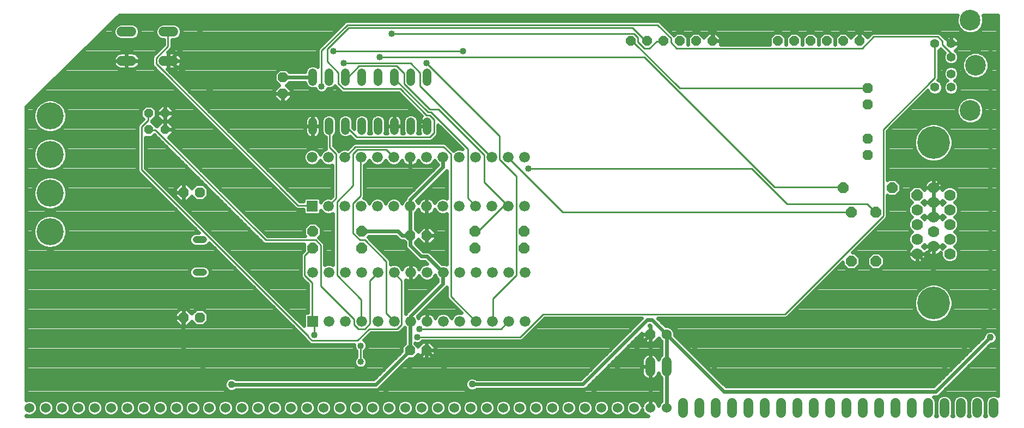
<source format=gbl>
G75*
%MOIN*%
%OFA0B0*%
%FSLAX25Y25*%
%IPPOS*%
%LPD*%
%AMOC8*
5,1,8,0,0,1.08239X$1,22.5*
%
%ADD10C,0.07000*%
%ADD11OC8,0.07000*%
%ADD12C,0.20000*%
%ADD13R,0.06600X0.06600*%
%ADD14C,0.06600*%
%ADD15C,0.05543*%
%ADD16C,0.12661*%
%ADD17OC8,0.06300*%
%ADD18C,0.06300*%
%ADD19C,0.04400*%
%ADD20C,0.05200*%
%ADD21OC8,0.05600*%
%ADD22OC8,0.06000*%
%ADD23C,0.06000*%
%ADD24OC8,0.06600*%
%ADD25C,0.06000*%
%ADD26C,0.02400*%
%ADD27C,0.04356*%
%ADD28C,0.01000*%
%ADD29C,0.04000*%
%ADD30C,0.16598*%
D10*
X0552476Y0106708D03*
X0562476Y0111208D03*
X0572476Y0115708D03*
X0562476Y0120208D03*
X0552476Y0124708D03*
X0562476Y0129208D03*
X0572476Y0133708D03*
X0562476Y0138208D03*
X0572476Y0142708D03*
X0562476Y0147208D03*
X0552476Y0133708D03*
X0572476Y0124708D03*
X0552476Y0115708D03*
X0572476Y0106708D03*
D11*
X0552476Y0142708D03*
D12*
X0562476Y0174877D03*
X0562476Y0076452D03*
D13*
X0182476Y0065350D03*
X0182279Y0135861D03*
D14*
X0192279Y0135861D03*
X0202279Y0135861D03*
X0212279Y0135861D03*
X0222279Y0135861D03*
X0232279Y0135861D03*
X0242279Y0135861D03*
X0252279Y0135861D03*
X0262279Y0135861D03*
X0272279Y0135861D03*
X0282279Y0135861D03*
X0292279Y0135861D03*
X0302279Y0135861D03*
X0312279Y0135861D03*
X0312279Y0165861D03*
X0302279Y0165861D03*
X0292279Y0165861D03*
X0282279Y0165861D03*
X0272279Y0165861D03*
X0262279Y0165861D03*
X0252279Y0165861D03*
X0242279Y0165861D03*
X0232279Y0165861D03*
X0222279Y0165861D03*
X0212279Y0165861D03*
X0202279Y0165861D03*
X0192279Y0165861D03*
X0182279Y0165861D03*
X0182476Y0095350D03*
X0192476Y0095350D03*
X0202476Y0095350D03*
X0212476Y0095350D03*
X0222476Y0095350D03*
X0232476Y0095350D03*
X0242476Y0095350D03*
X0252476Y0095350D03*
X0262476Y0095350D03*
X0272476Y0095350D03*
X0282476Y0095350D03*
X0292476Y0095350D03*
X0302476Y0095350D03*
X0312476Y0095350D03*
X0312476Y0065350D03*
X0302476Y0065350D03*
X0292476Y0065350D03*
X0282476Y0065350D03*
X0272476Y0065350D03*
X0262476Y0065350D03*
X0252476Y0065350D03*
X0242476Y0065350D03*
X0232476Y0065350D03*
X0222476Y0065350D03*
X0212476Y0065350D03*
X0202476Y0065350D03*
X0192476Y0065350D03*
D15*
X0563420Y0208814D03*
X0573263Y0208814D03*
X0573263Y0217082D03*
X0573263Y0227318D03*
X0573263Y0235586D03*
X0563420Y0235586D03*
D16*
X0585074Y0249838D03*
X0588224Y0222200D03*
X0585074Y0194523D03*
D17*
X0522200Y0198145D03*
X0522200Y0208145D03*
X0522200Y0177239D03*
X0522200Y0167239D03*
X0389129Y0057318D03*
X0252239Y0047515D03*
X0242239Y0047515D03*
X0113499Y0067751D03*
X0103499Y0067751D03*
X0242436Y0117909D03*
X0252436Y0117909D03*
X0113499Y0144444D03*
X0103499Y0144444D03*
X0164326Y0204917D03*
X0164326Y0214917D03*
D18*
X0399129Y0057318D03*
D19*
X0115581Y0095507D02*
X0111181Y0095507D01*
X0111181Y0115507D02*
X0115581Y0115507D01*
D20*
X0182633Y0182395D02*
X0182633Y0187595D01*
X0192633Y0187595D02*
X0192633Y0182395D01*
X0202633Y0182395D02*
X0202633Y0187595D01*
X0212633Y0187595D02*
X0212633Y0182395D01*
X0222633Y0182395D02*
X0222633Y0187595D01*
X0232633Y0187595D02*
X0232633Y0182395D01*
X0242633Y0182395D02*
X0242633Y0187595D01*
X0252633Y0187595D02*
X0252633Y0182395D01*
X0252633Y0212395D02*
X0252633Y0217595D01*
X0242633Y0217595D02*
X0242633Y0212395D01*
X0232633Y0212395D02*
X0232633Y0217595D01*
X0222633Y0217595D02*
X0222633Y0212395D01*
X0212633Y0212395D02*
X0212633Y0217595D01*
X0202633Y0217595D02*
X0202633Y0212395D01*
X0192633Y0212395D02*
X0192633Y0217595D01*
X0182633Y0217595D02*
X0182633Y0212395D01*
D21*
X0092200Y0192909D03*
X0082200Y0192909D03*
X0082200Y0182909D03*
X0092200Y0182909D03*
D22*
X0377200Y0237200D03*
X0387200Y0237200D03*
X0397200Y0237200D03*
X0407200Y0237200D03*
X0417200Y0237200D03*
X0427200Y0237200D03*
X0467200Y0237200D03*
X0477200Y0237200D03*
X0487200Y0237200D03*
X0497200Y0237200D03*
X0507200Y0237200D03*
X0517200Y0237200D03*
D23*
X0097370Y0242832D02*
X0091370Y0242832D01*
X0071770Y0242832D02*
X0065770Y0242832D01*
X0065770Y0225032D02*
X0071770Y0225032D01*
X0091370Y0225032D02*
X0097370Y0225032D01*
X0389129Y0040633D02*
X0389129Y0034633D01*
X0399129Y0034633D02*
X0399129Y0040633D01*
X0409208Y0015436D02*
X0409208Y0009436D01*
X0419208Y0009436D02*
X0419208Y0015436D01*
X0429208Y0015436D02*
X0429208Y0009436D01*
X0439208Y0009436D02*
X0439208Y0015436D01*
X0449208Y0015436D02*
X0449208Y0009436D01*
X0459208Y0009436D02*
X0459208Y0015436D01*
X0469208Y0015436D02*
X0469208Y0009436D01*
X0479208Y0009436D02*
X0479208Y0015436D01*
X0489208Y0015436D02*
X0489208Y0009436D01*
X0499208Y0009436D02*
X0499208Y0015436D01*
X0509208Y0015436D02*
X0509208Y0009436D01*
X0519208Y0009436D02*
X0519208Y0015436D01*
X0529208Y0015436D02*
X0529208Y0009436D01*
X0539208Y0009436D02*
X0539208Y0015436D01*
X0549208Y0015436D02*
X0549208Y0009436D01*
X0559208Y0009436D02*
X0559208Y0015436D01*
X0569208Y0015436D02*
X0569208Y0009436D01*
X0579208Y0009436D02*
X0579208Y0015436D01*
X0589208Y0015436D02*
X0589208Y0009436D01*
X0599208Y0009436D02*
X0599208Y0015436D01*
D24*
X0527200Y0102200D03*
X0512200Y0102200D03*
X0512200Y0132200D03*
X0527200Y0132200D03*
X0537200Y0147200D03*
X0507200Y0147200D03*
X0312082Y0120546D03*
X0312082Y0110428D03*
X0282082Y0110428D03*
X0282082Y0120546D03*
X0212672Y0120546D03*
X0212476Y0110428D03*
X0182476Y0110428D03*
X0182672Y0120546D03*
D25*
X0179208Y0012436D03*
X0189208Y0012436D03*
X0199208Y0012436D03*
X0209208Y0012436D03*
X0219208Y0012436D03*
X0229208Y0012436D03*
X0239208Y0012436D03*
X0249208Y0012436D03*
X0259208Y0012436D03*
X0269208Y0012436D03*
X0279208Y0012436D03*
X0289208Y0012436D03*
X0299208Y0012436D03*
X0309208Y0012436D03*
X0319208Y0012436D03*
X0329208Y0012436D03*
X0339208Y0012436D03*
X0349208Y0012436D03*
X0359208Y0012436D03*
X0369208Y0012436D03*
X0379208Y0012436D03*
X0389208Y0012436D03*
X0399208Y0012436D03*
X0169208Y0012436D03*
X0159208Y0012436D03*
X0149208Y0012436D03*
X0139208Y0012436D03*
X0129208Y0012436D03*
X0119208Y0012436D03*
X0109208Y0012436D03*
X0099208Y0012436D03*
X0089208Y0012436D03*
X0079208Y0012436D03*
X0069208Y0012436D03*
X0059208Y0012436D03*
X0049208Y0012436D03*
X0039208Y0012436D03*
X0029208Y0012436D03*
X0019208Y0012436D03*
X0009208Y0012436D03*
D26*
X0007400Y0007773D02*
X0007400Y0007400D01*
X0387880Y0007400D01*
X0387212Y0007617D01*
X0386482Y0007989D01*
X0385820Y0008470D01*
X0385242Y0009049D01*
X0384760Y0009711D01*
X0384389Y0010440D01*
X0384136Y0011219D01*
X0384130Y0011254D01*
X0383447Y0009604D01*
X0382040Y0008197D01*
X0380202Y0007436D01*
X0378213Y0007436D01*
X0376376Y0008197D01*
X0374969Y0009604D01*
X0374208Y0011442D01*
X0374208Y0013431D01*
X0374969Y0015268D01*
X0376376Y0016675D01*
X0378213Y0017436D01*
X0380202Y0017436D01*
X0382040Y0016675D01*
X0383447Y0015268D01*
X0384130Y0013618D01*
X0384136Y0013654D01*
X0384389Y0014432D01*
X0384760Y0015162D01*
X0385242Y0015824D01*
X0385820Y0016403D01*
X0386482Y0016884D01*
X0387212Y0017255D01*
X0387990Y0017508D01*
X0388799Y0017636D01*
X0389208Y0017636D01*
X0389208Y0012436D01*
X0389129Y0012515D01*
X0389129Y0037633D01*
X0383929Y0037633D01*
X0383929Y0034224D01*
X0384057Y0033415D01*
X0384310Y0032637D01*
X0384682Y0031908D01*
X0385163Y0031245D01*
X0385742Y0030667D01*
X0386404Y0030186D01*
X0387133Y0029814D01*
X0387911Y0029561D01*
X0388720Y0029433D01*
X0389129Y0029433D01*
X0389129Y0037633D01*
X0389129Y0037633D01*
X0389129Y0037633D01*
X0383929Y0037633D01*
X0383929Y0041042D01*
X0384057Y0041851D01*
X0384310Y0042629D01*
X0384682Y0043358D01*
X0385163Y0044021D01*
X0385742Y0044599D01*
X0386404Y0045080D01*
X0387133Y0045452D01*
X0387911Y0045705D01*
X0388720Y0045833D01*
X0389129Y0045833D01*
X0389129Y0037633D01*
X0389129Y0057318D01*
X0383779Y0057318D01*
X0383779Y0055102D01*
X0386913Y0051968D01*
X0389129Y0051968D01*
X0389129Y0057318D01*
X0389129Y0057318D01*
X0389129Y0057318D01*
X0383779Y0057318D01*
X0383779Y0057994D01*
X0350779Y0024994D01*
X0349879Y0024093D01*
X0348703Y0023606D01*
X0282861Y0023606D01*
X0282519Y0023264D01*
X0280984Y0022628D01*
X0279322Y0022628D01*
X0277786Y0023264D01*
X0276611Y0024440D01*
X0275975Y0025975D01*
X0275975Y0027637D01*
X0276611Y0029173D01*
X0277786Y0030348D01*
X0279322Y0030984D01*
X0280984Y0030984D01*
X0282519Y0030348D01*
X0282861Y0030006D01*
X0346741Y0030006D01*
X0383934Y0067200D01*
X0324536Y0067200D01*
X0311669Y0054334D01*
X0311669Y0054334D01*
X0310966Y0053631D01*
X0310047Y0053250D01*
X0249707Y0053250D01*
X0248816Y0052359D01*
X0247346Y0051750D01*
X0245754Y0051750D01*
X0245439Y0051880D01*
X0245439Y0051598D01*
X0247098Y0049940D01*
X0250023Y0052865D01*
X0252239Y0052865D01*
X0252239Y0047515D01*
X0252239Y0047515D01*
X0252239Y0047515D01*
X0252239Y0042165D01*
X0250023Y0042165D01*
X0247098Y0045090D01*
X0244373Y0042365D01*
X0241575Y0042365D01*
X0224007Y0024797D01*
X0223107Y0023897D01*
X0221931Y0023409D01*
X0135617Y0023409D01*
X0135275Y0023068D01*
X0133740Y0022431D01*
X0132078Y0022431D01*
X0130542Y0023068D01*
X0129367Y0024243D01*
X0128731Y0025778D01*
X0128731Y0027440D01*
X0129367Y0028976D01*
X0130542Y0030151D01*
X0132078Y0030787D01*
X0133740Y0030787D01*
X0135275Y0030151D01*
X0135617Y0029809D01*
X0219969Y0029809D01*
X0237089Y0046930D01*
X0237089Y0049648D01*
X0239039Y0051598D01*
X0239039Y0061290D01*
X0238783Y0061547D01*
X0238516Y0061281D01*
X0235816Y0058581D01*
X0234897Y0058200D01*
X0218336Y0058200D01*
X0213961Y0053826D01*
X0214166Y0053741D01*
X0215291Y0052616D01*
X0215900Y0051146D01*
X0215900Y0049554D01*
X0215291Y0048084D01*
X0214400Y0047193D01*
X0214400Y0043607D01*
X0215291Y0042716D01*
X0215900Y0041246D01*
X0215900Y0039654D01*
X0215291Y0038184D01*
X0214166Y0037059D01*
X0212696Y0036450D01*
X0211104Y0036450D01*
X0209634Y0037059D01*
X0208509Y0038184D01*
X0207900Y0039654D01*
X0207900Y0041246D01*
X0208509Y0042716D01*
X0209400Y0043607D01*
X0209400Y0047193D01*
X0208509Y0048084D01*
X0207900Y0049554D01*
X0207900Y0051000D01*
X0181703Y0051000D01*
X0180784Y0051381D01*
X0180081Y0052084D01*
X0177831Y0054334D01*
X0177512Y0055102D01*
X0119243Y0113372D01*
X0119142Y0113128D01*
X0117960Y0111946D01*
X0116417Y0111307D01*
X0110346Y0111307D01*
X0108802Y0111946D01*
X0107621Y0113128D01*
X0106981Y0114672D01*
X0106981Y0116343D01*
X0107621Y0117886D01*
X0108802Y0119068D01*
X0110346Y0119707D01*
X0112907Y0119707D01*
X0075681Y0156934D01*
X0075300Y0157853D01*
X0075300Y0184947D01*
X0075681Y0185866D01*
X0076384Y0186569D01*
X0079067Y0189253D01*
X0077400Y0190920D01*
X0077400Y0194897D01*
X0080212Y0197709D01*
X0084188Y0197709D01*
X0087000Y0194897D01*
X0087000Y0190920D01*
X0084350Y0188270D01*
X0084350Y0188003D01*
X0084216Y0187680D01*
X0086747Y0185150D01*
X0086847Y0185150D01*
X0087217Y0184997D01*
X0090129Y0187909D01*
X0087200Y0190838D01*
X0087200Y0192909D01*
X0092200Y0192909D01*
X0092200Y0197909D01*
X0090129Y0197909D01*
X0087200Y0194980D01*
X0087200Y0192909D01*
X0092200Y0192909D01*
X0092200Y0192909D01*
X0092200Y0197909D01*
X0094271Y0197909D01*
X0097200Y0194980D01*
X0097200Y0192909D01*
X0092200Y0192909D01*
X0092200Y0192909D01*
X0092200Y0192909D01*
X0097200Y0192909D01*
X0097200Y0190838D01*
X0094271Y0187909D01*
X0092200Y0187909D01*
X0092200Y0192909D01*
X0092200Y0192909D01*
X0092200Y0187909D01*
X0090129Y0187909D01*
X0092200Y0187909D01*
X0092200Y0182909D01*
X0092200Y0182909D01*
X0092200Y0187909D01*
X0094271Y0187909D01*
X0097200Y0184980D01*
X0097200Y0182909D01*
X0092200Y0182909D01*
X0092200Y0182909D01*
X0097200Y0182909D01*
X0097200Y0180838D01*
X0094449Y0178087D01*
X0154886Y0117650D01*
X0178074Y0117650D01*
X0177372Y0118351D01*
X0177372Y0122742D01*
X0180477Y0125846D01*
X0184868Y0125846D01*
X0187972Y0122742D01*
X0187972Y0118351D01*
X0186378Y0116757D01*
X0189016Y0114119D01*
X0189719Y0113416D01*
X0190100Y0112497D01*
X0190100Y0100102D01*
X0191421Y0100650D01*
X0193530Y0100650D01*
X0195000Y0100041D01*
X0195000Y0131252D01*
X0193333Y0130561D01*
X0191224Y0130561D01*
X0189277Y0131368D01*
X0187786Y0132859D01*
X0187579Y0133359D01*
X0187579Y0131733D01*
X0186407Y0130561D01*
X0178150Y0130561D01*
X0176979Y0131733D01*
X0176979Y0133800D01*
X0173153Y0133800D01*
X0172234Y0134181D01*
X0171531Y0134884D01*
X0084681Y0221734D01*
X0084300Y0222653D01*
X0084300Y0227247D01*
X0084681Y0228166D01*
X0085384Y0228869D01*
X0091500Y0234986D01*
X0091500Y0237832D01*
X0090376Y0237832D01*
X0088538Y0238593D01*
X0087131Y0240000D01*
X0086370Y0241838D01*
X0086370Y0243827D01*
X0087131Y0245665D01*
X0088538Y0247071D01*
X0090376Y0247832D01*
X0098365Y0247832D01*
X0100202Y0247071D01*
X0101609Y0245665D01*
X0102370Y0243827D01*
X0102370Y0241838D01*
X0101609Y0240000D01*
X0100202Y0238593D01*
X0098365Y0237832D01*
X0096500Y0237832D01*
X0096500Y0233453D01*
X0096119Y0232534D01*
X0093818Y0230232D01*
X0094370Y0230232D01*
X0094370Y0225032D01*
X0094370Y0225032D01*
X0094370Y0219832D01*
X0093653Y0219832D01*
X0174686Y0138800D01*
X0176979Y0138800D01*
X0176979Y0139990D01*
X0178150Y0141161D01*
X0186407Y0141161D01*
X0187579Y0139990D01*
X0187579Y0138364D01*
X0187786Y0138864D01*
X0189277Y0140355D01*
X0191224Y0141161D01*
X0193333Y0141161D01*
X0193717Y0141002D01*
X0194550Y0141836D01*
X0194550Y0161066D01*
X0193333Y0160561D01*
X0191224Y0160561D01*
X0189277Y0161368D01*
X0187786Y0162859D01*
X0187279Y0164083D01*
X0186772Y0162859D01*
X0185281Y0161368D01*
X0183333Y0160561D01*
X0181224Y0160561D01*
X0179277Y0161368D01*
X0177786Y0162859D01*
X0176979Y0164807D01*
X0176979Y0166916D01*
X0177786Y0168864D01*
X0179277Y0170355D01*
X0181224Y0171161D01*
X0183333Y0171161D01*
X0185281Y0170355D01*
X0186772Y0168864D01*
X0187279Y0167640D01*
X0187786Y0168864D01*
X0189277Y0170355D01*
X0190674Y0170933D01*
X0190500Y0171353D01*
X0190500Y0178300D01*
X0190027Y0178496D01*
X0188733Y0179790D01*
X0188033Y0181480D01*
X0188033Y0188510D01*
X0188733Y0190201D01*
X0190027Y0191495D01*
X0191718Y0192195D01*
X0193548Y0192195D01*
X0195239Y0191495D01*
X0196533Y0190201D01*
X0197233Y0188510D01*
X0197233Y0181480D01*
X0196533Y0179790D01*
X0195500Y0178757D01*
X0195500Y0172886D01*
X0198466Y0169919D01*
X0198654Y0169732D01*
X0199277Y0170355D01*
X0201224Y0171161D01*
X0203333Y0171161D01*
X0203858Y0170944D01*
X0206631Y0173716D01*
X0207334Y0174419D01*
X0208253Y0174800D01*
X0263247Y0174800D01*
X0264166Y0174419D01*
X0268666Y0169919D01*
X0268754Y0169832D01*
X0269277Y0170355D01*
X0271224Y0171161D01*
X0273333Y0171161D01*
X0274221Y0170794D01*
X0259400Y0185614D01*
X0259400Y0180353D01*
X0259019Y0179434D01*
X0256319Y0176734D01*
X0255616Y0176031D01*
X0254697Y0175650D01*
X0209153Y0175650D01*
X0208234Y0176031D01*
X0205504Y0178761D01*
X0205239Y0178496D01*
X0203548Y0177795D01*
X0201718Y0177795D01*
X0200027Y0178496D01*
X0198733Y0179790D01*
X0198033Y0181480D01*
X0198033Y0188510D01*
X0198733Y0190201D01*
X0200027Y0191495D01*
X0201718Y0192195D01*
X0203548Y0192195D01*
X0205239Y0191495D01*
X0206533Y0190201D01*
X0207233Y0188510D01*
X0207233Y0184102D01*
X0208033Y0183302D01*
X0208033Y0188510D01*
X0208733Y0190201D01*
X0210027Y0191495D01*
X0211718Y0192195D01*
X0213548Y0192195D01*
X0215239Y0191495D01*
X0216533Y0190201D01*
X0217233Y0188510D01*
X0217233Y0181480D01*
X0216889Y0180650D01*
X0218377Y0180650D01*
X0218033Y0181480D01*
X0218033Y0188510D01*
X0218733Y0190201D01*
X0220027Y0191495D01*
X0221718Y0192195D01*
X0223548Y0192195D01*
X0225239Y0191495D01*
X0226533Y0190201D01*
X0227233Y0188510D01*
X0227233Y0181480D01*
X0226889Y0180650D01*
X0228153Y0180650D01*
X0227951Y0181271D01*
X0227833Y0182017D01*
X0227833Y0184995D01*
X0232633Y0184995D01*
X0232633Y0184995D01*
X0232633Y0184995D01*
X0237433Y0184995D01*
X0237433Y0182017D01*
X0237315Y0181271D01*
X0237113Y0180650D01*
X0238377Y0180650D01*
X0238033Y0181480D01*
X0238033Y0188510D01*
X0238733Y0190201D01*
X0240027Y0191495D01*
X0241718Y0192195D01*
X0243548Y0192195D01*
X0245239Y0191495D01*
X0246533Y0190201D01*
X0247233Y0188510D01*
X0247233Y0181480D01*
X0246889Y0180650D01*
X0248153Y0180650D01*
X0247951Y0181271D01*
X0247833Y0182017D01*
X0247833Y0184995D01*
X0252633Y0184995D01*
X0252633Y0184995D01*
X0232712Y0204917D01*
X0164326Y0204917D01*
X0169676Y0204917D01*
X0169676Y0207133D01*
X0166751Y0210058D01*
X0168409Y0211717D01*
X0178033Y0211717D01*
X0178033Y0211480D01*
X0178733Y0209790D01*
X0180027Y0208496D01*
X0181718Y0207795D01*
X0183548Y0207795D01*
X0184192Y0208062D01*
X0184659Y0206934D01*
X0185784Y0205809D01*
X0187254Y0205200D01*
X0188846Y0205200D01*
X0190316Y0205809D01*
X0191441Y0206934D01*
X0191798Y0207795D01*
X0193548Y0207795D01*
X0195239Y0208496D01*
X0196304Y0209561D01*
X0199431Y0206434D01*
X0200134Y0205731D01*
X0201053Y0205350D01*
X0235164Y0205350D01*
X0249382Y0191132D01*
X0248972Y0190722D01*
X0248528Y0190111D01*
X0248185Y0189438D01*
X0247951Y0188719D01*
X0247833Y0187973D01*
X0247833Y0184995D01*
X0252633Y0184995D01*
X0247833Y0184487D02*
X0247233Y0184487D01*
X0247233Y0186885D02*
X0247833Y0186885D01*
X0248135Y0189284D02*
X0246913Y0189284D01*
X0248832Y0191682D02*
X0244786Y0191682D01*
X0246434Y0194081D02*
X0119405Y0194081D01*
X0121803Y0191682D02*
X0180092Y0191682D01*
X0180117Y0191701D02*
X0179506Y0191256D01*
X0178972Y0190722D01*
X0178528Y0190111D01*
X0178185Y0189438D01*
X0177951Y0188719D01*
X0177833Y0187973D01*
X0177833Y0184995D01*
X0177833Y0182017D01*
X0177951Y0181271D01*
X0178185Y0180553D01*
X0178528Y0179880D01*
X0178972Y0179268D01*
X0179506Y0178734D01*
X0180117Y0178290D01*
X0180791Y0177947D01*
X0181509Y0177713D01*
X0182255Y0177595D01*
X0182633Y0177595D01*
X0182633Y0184995D01*
X0182633Y0184995D01*
X0182633Y0177595D01*
X0183011Y0177595D01*
X0183757Y0177713D01*
X0184476Y0177947D01*
X0185149Y0178290D01*
X0185760Y0178734D01*
X0186294Y0179268D01*
X0186738Y0179880D01*
X0187081Y0180553D01*
X0187315Y0181271D01*
X0187433Y0182017D01*
X0187433Y0184995D01*
X0182633Y0184995D01*
X0177833Y0184995D01*
X0182633Y0184995D01*
X0182633Y0184995D01*
X0182633Y0184995D01*
X0187433Y0184995D01*
X0187433Y0187973D01*
X0187315Y0188719D01*
X0187081Y0189438D01*
X0186738Y0190111D01*
X0186294Y0190722D01*
X0185760Y0191256D01*
X0185149Y0191701D01*
X0184476Y0192044D01*
X0183757Y0192277D01*
X0183011Y0192395D01*
X0182633Y0192395D01*
X0182255Y0192395D01*
X0181509Y0192277D01*
X0180791Y0192044D01*
X0180117Y0191701D01*
X0182633Y0191682D02*
X0182633Y0191682D01*
X0182633Y0192395D02*
X0182633Y0184995D01*
X0182633Y0184995D01*
X0182633Y0192395D01*
X0185174Y0191682D02*
X0190480Y0191682D01*
X0188354Y0189284D02*
X0187131Y0189284D01*
X0187433Y0186885D02*
X0188033Y0186885D01*
X0188033Y0184487D02*
X0187433Y0184487D01*
X0187433Y0182088D02*
X0188033Y0182088D01*
X0188833Y0179690D02*
X0186601Y0179690D01*
X0182633Y0179690D02*
X0182633Y0179690D01*
X0182633Y0182088D02*
X0182633Y0182088D01*
X0182633Y0184487D02*
X0182633Y0184487D01*
X0182633Y0186885D02*
X0182633Y0186885D01*
X0182633Y0189284D02*
X0182633Y0189284D01*
X0178135Y0189284D02*
X0124202Y0189284D01*
X0126600Y0186885D02*
X0177833Y0186885D01*
X0177833Y0184487D02*
X0128999Y0184487D01*
X0131397Y0182088D02*
X0177833Y0182088D01*
X0178666Y0179690D02*
X0133796Y0179690D01*
X0136194Y0177291D02*
X0190500Y0177291D01*
X0190500Y0174893D02*
X0138593Y0174893D01*
X0140991Y0172494D02*
X0190500Y0172494D01*
X0189018Y0170096D02*
X0185540Y0170096D01*
X0187255Y0167697D02*
X0187303Y0167697D01*
X0179018Y0170096D02*
X0143390Y0170096D01*
X0145788Y0167697D02*
X0177303Y0167697D01*
X0176979Y0165299D02*
X0148187Y0165299D01*
X0150585Y0162900D02*
X0177769Y0162900D01*
X0186789Y0162900D02*
X0187769Y0162900D01*
X0194550Y0160502D02*
X0152984Y0160502D01*
X0155382Y0158103D02*
X0194550Y0158103D01*
X0194550Y0155705D02*
X0157781Y0155705D01*
X0160179Y0153306D02*
X0194550Y0153306D01*
X0194550Y0150908D02*
X0162578Y0150908D01*
X0164976Y0148509D02*
X0194550Y0148509D01*
X0194550Y0146111D02*
X0167375Y0146111D01*
X0169773Y0143712D02*
X0194550Y0143712D01*
X0194028Y0141314D02*
X0172172Y0141314D01*
X0174570Y0138915D02*
X0176979Y0138915D01*
X0169898Y0136517D02*
X0136019Y0136517D01*
X0133620Y0138915D02*
X0167499Y0138915D01*
X0165101Y0141314D02*
X0131222Y0141314D01*
X0128823Y0143712D02*
X0162702Y0143712D01*
X0160304Y0146111D02*
X0126425Y0146111D01*
X0124026Y0148509D02*
X0157905Y0148509D01*
X0155507Y0150908D02*
X0121628Y0150908D01*
X0119229Y0153306D02*
X0153108Y0153306D01*
X0150710Y0155705D02*
X0116831Y0155705D01*
X0114432Y0158103D02*
X0148311Y0158103D01*
X0145913Y0160502D02*
X0112034Y0160502D01*
X0109635Y0162900D02*
X0143514Y0162900D01*
X0141116Y0165299D02*
X0107237Y0165299D01*
X0104838Y0167697D02*
X0138717Y0167697D01*
X0136319Y0170096D02*
X0102440Y0170096D01*
X0100041Y0172494D02*
X0133920Y0172494D01*
X0131522Y0174893D02*
X0097643Y0174893D01*
X0095244Y0177291D02*
X0129123Y0177291D01*
X0126725Y0179690D02*
X0096052Y0179690D01*
X0097200Y0182088D02*
X0124326Y0182088D01*
X0121928Y0184487D02*
X0097200Y0184487D01*
X0095294Y0186885D02*
X0119529Y0186885D01*
X0117131Y0189284D02*
X0095646Y0189284D01*
X0097200Y0191682D02*
X0114732Y0191682D01*
X0112334Y0194081D02*
X0097200Y0194081D01*
X0095700Y0196479D02*
X0109935Y0196479D01*
X0107537Y0198878D02*
X0028749Y0198878D01*
X0028209Y0199418D02*
X0025860Y0200774D01*
X0023241Y0201476D01*
X0020529Y0201476D01*
X0017910Y0200774D01*
X0015561Y0199418D01*
X0013644Y0197500D01*
X0012288Y0195152D01*
X0011586Y0192532D01*
X0011586Y0189820D01*
X0012288Y0187201D01*
X0013644Y0184853D01*
X0015561Y0182935D01*
X0017910Y0181579D01*
X0020529Y0180877D01*
X0023241Y0180877D01*
X0025860Y0181579D01*
X0028209Y0182935D01*
X0030126Y0184853D01*
X0031482Y0187201D01*
X0032184Y0189820D01*
X0032184Y0192532D01*
X0031482Y0195152D01*
X0030126Y0197500D01*
X0028209Y0199418D01*
X0030716Y0196479D02*
X0078983Y0196479D01*
X0077400Y0194081D02*
X0031769Y0194081D01*
X0032184Y0191682D02*
X0077400Y0191682D01*
X0079037Y0189284D02*
X0032040Y0189284D01*
X0031300Y0186885D02*
X0076700Y0186885D01*
X0075300Y0184487D02*
X0029761Y0184487D01*
X0026743Y0182088D02*
X0075300Y0182088D01*
X0075300Y0179690D02*
X0007400Y0179690D01*
X0007400Y0182088D02*
X0017028Y0182088D01*
X0014009Y0184487D02*
X0007400Y0184487D01*
X0007400Y0186885D02*
X0012470Y0186885D01*
X0011730Y0189284D02*
X0007400Y0189284D01*
X0007400Y0191682D02*
X0011586Y0191682D01*
X0012001Y0194081D02*
X0007400Y0194081D01*
X0007400Y0196479D02*
X0013054Y0196479D01*
X0015021Y0198878D02*
X0009438Y0198878D01*
X0007400Y0196872D02*
X0064330Y0252906D01*
X0577328Y0252906D01*
X0576743Y0251495D01*
X0576743Y0248181D01*
X0578012Y0245119D01*
X0580355Y0242775D01*
X0583417Y0241507D01*
X0586731Y0241507D01*
X0589793Y0242775D01*
X0592136Y0245119D01*
X0593405Y0248181D01*
X0593405Y0251495D01*
X0592820Y0252906D01*
X0602000Y0252906D01*
X0602000Y0019692D01*
X0600202Y0020436D01*
X0598213Y0020436D01*
X0596376Y0019675D01*
X0594969Y0018268D01*
X0594208Y0016431D01*
X0594208Y0008442D01*
X0594639Y0007400D01*
X0593776Y0007400D01*
X0594208Y0008442D01*
X0594208Y0016431D01*
X0593447Y0018268D01*
X0592040Y0019675D01*
X0590202Y0020436D01*
X0588213Y0020436D01*
X0586376Y0019675D01*
X0584969Y0018268D01*
X0584208Y0016431D01*
X0584208Y0008442D01*
X0584639Y0007400D01*
X0583776Y0007400D01*
X0584208Y0008442D01*
X0584208Y0016431D01*
X0583447Y0018268D01*
X0582040Y0019675D01*
X0580202Y0020436D01*
X0578213Y0020436D01*
X0576376Y0019675D01*
X0574969Y0018268D01*
X0574208Y0016431D01*
X0574208Y0008442D01*
X0574639Y0007400D01*
X0573776Y0007400D01*
X0574208Y0008442D01*
X0574208Y0016431D01*
X0573447Y0018268D01*
X0572040Y0019675D01*
X0570202Y0020436D01*
X0568213Y0020436D01*
X0566376Y0019675D01*
X0564969Y0018268D01*
X0564208Y0016431D01*
X0564208Y0008442D01*
X0564639Y0007400D01*
X0563776Y0007400D01*
X0564208Y0008442D01*
X0564208Y0016431D01*
X0563447Y0018268D01*
X0562636Y0019079D01*
X0564648Y0019079D01*
X0565824Y0019566D01*
X0597626Y0051369D01*
X0598110Y0051369D01*
X0599645Y0052005D01*
X0600821Y0053180D01*
X0601457Y0054715D01*
X0601457Y0056377D01*
X0600821Y0057913D01*
X0599645Y0059088D01*
X0598110Y0059724D01*
X0596448Y0059724D01*
X0594912Y0059088D01*
X0593737Y0057913D01*
X0593101Y0056377D01*
X0593101Y0055894D01*
X0562686Y0025479D01*
X0435494Y0025479D01*
X0404279Y0056694D01*
X0404279Y0058343D01*
X0403495Y0060235D01*
X0402046Y0061684D01*
X0400154Y0062468D01*
X0398505Y0062468D01*
X0393773Y0067200D01*
X0472047Y0067200D01*
X0472966Y0067581D01*
X0473669Y0068284D01*
X0506900Y0101514D01*
X0506900Y0100005D01*
X0510005Y0096900D01*
X0514395Y0096900D01*
X0517500Y0100005D01*
X0517500Y0104395D01*
X0514395Y0107500D01*
X0512886Y0107500D01*
X0533266Y0127881D01*
X0533969Y0128584D01*
X0534350Y0129503D01*
X0534350Y0142555D01*
X0535005Y0141900D01*
X0539395Y0141900D01*
X0542500Y0145005D01*
X0542500Y0149395D01*
X0539395Y0152500D01*
X0535005Y0152500D01*
X0534350Y0151845D01*
X0534350Y0182064D01*
X0559089Y0206803D01*
X0559375Y0206111D01*
X0560718Y0204769D01*
X0562471Y0204043D01*
X0564370Y0204043D01*
X0566123Y0204769D01*
X0567466Y0206111D01*
X0568192Y0207865D01*
X0568192Y0209763D01*
X0567466Y0211517D01*
X0566123Y0212859D01*
X0565431Y0213146D01*
X0565469Y0213184D01*
X0565850Y0214103D01*
X0565850Y0231427D01*
X0566123Y0231541D01*
X0566874Y0232291D01*
X0569196Y0229968D01*
X0568491Y0228267D01*
X0568491Y0226369D01*
X0569218Y0224615D01*
X0570560Y0223273D01*
X0572314Y0222546D01*
X0574212Y0222546D01*
X0575966Y0223273D01*
X0577308Y0224615D01*
X0578035Y0226369D01*
X0578035Y0228267D01*
X0577308Y0230021D01*
X0575966Y0231363D01*
X0575930Y0231378D01*
X0576502Y0231794D01*
X0577055Y0232347D01*
X0577515Y0232980D01*
X0577870Y0233677D01*
X0578112Y0234422D01*
X0578235Y0235195D01*
X0578235Y0235586D01*
X0578235Y0235977D01*
X0578112Y0236750D01*
X0577870Y0237494D01*
X0577515Y0238192D01*
X0577055Y0238825D01*
X0576502Y0239378D01*
X0575869Y0239838D01*
X0575171Y0240193D01*
X0574427Y0240435D01*
X0573654Y0240557D01*
X0573263Y0240557D01*
X0572872Y0240557D01*
X0572099Y0240435D01*
X0571355Y0240193D01*
X0570657Y0239838D01*
X0570024Y0239378D01*
X0569566Y0238920D01*
X0567269Y0241216D01*
X0566566Y0241919D01*
X0565647Y0242300D01*
X0525503Y0242300D01*
X0524584Y0241919D01*
X0522209Y0239545D01*
X0519354Y0242400D01*
X0517200Y0242400D01*
X0517200Y0237200D01*
X0517200Y0250586D01*
X0517161Y0250625D01*
X0558224Y0250625D01*
X0573263Y0235586D01*
X0573263Y0235586D01*
X0573263Y0240557D01*
X0573263Y0235586D01*
X0578235Y0235586D01*
X0573263Y0235586D01*
X0573263Y0235586D01*
X0597279Y0235586D01*
X0597279Y0157712D01*
X0572980Y0157712D01*
X0562476Y0147208D01*
X0568176Y0147208D01*
X0568176Y0147656D01*
X0568035Y0148543D01*
X0567758Y0149396D01*
X0567351Y0150195D01*
X0566823Y0150921D01*
X0566189Y0151556D01*
X0565463Y0152083D01*
X0564664Y0152490D01*
X0563810Y0152768D01*
X0562924Y0152908D01*
X0562476Y0152908D01*
X0562476Y0147208D01*
X0562476Y0147208D01*
X0568176Y0147208D01*
X0568176Y0146759D01*
X0568068Y0146078D01*
X0569360Y0147371D01*
X0571382Y0148208D01*
X0573570Y0148208D01*
X0575591Y0147371D01*
X0577138Y0145823D01*
X0577976Y0143802D01*
X0577976Y0141614D01*
X0577138Y0139592D01*
X0575754Y0138208D01*
X0577138Y0136823D01*
X0577976Y0134802D01*
X0577976Y0132614D01*
X0577138Y0130592D01*
X0575754Y0129208D01*
X0577138Y0127823D01*
X0577976Y0125802D01*
X0577976Y0123614D01*
X0577138Y0121592D01*
X0575754Y0120208D01*
X0577138Y0118823D01*
X0577976Y0116802D01*
X0577976Y0114614D01*
X0577138Y0112592D01*
X0575754Y0111208D01*
X0577138Y0109823D01*
X0577976Y0107802D01*
X0577976Y0105614D01*
X0577138Y0103592D01*
X0575591Y0102045D01*
X0573570Y0101208D01*
X0571382Y0101208D01*
X0569360Y0102045D01*
X0567813Y0103592D01*
X0566976Y0105614D01*
X0566976Y0107704D01*
X0566823Y0107495D01*
X0566189Y0106860D01*
X0565463Y0106333D01*
X0564664Y0105925D01*
X0563810Y0105648D01*
X0562924Y0105508D01*
X0562476Y0105508D01*
X0562476Y0111208D01*
X0568176Y0111208D01*
X0568176Y0111656D01*
X0568068Y0112338D01*
X0569197Y0111208D01*
X0568068Y0110078D01*
X0568176Y0110759D01*
X0568176Y0111208D01*
X0562476Y0111208D01*
X0562476Y0111208D01*
X0557976Y0106708D01*
X0552476Y0106708D01*
X0558176Y0106708D01*
X0558176Y0107156D01*
X0558120Y0107505D01*
X0558128Y0107495D01*
X0558762Y0106860D01*
X0559488Y0106333D01*
X0560288Y0105925D01*
X0561141Y0105648D01*
X0562027Y0105508D01*
X0562476Y0105508D01*
X0562476Y0111208D01*
X0562476Y0111208D01*
X0562475Y0111208D02*
X0562475Y0111208D01*
X0556776Y0111208D01*
X0556776Y0111656D01*
X0556883Y0112338D01*
X0555849Y0111303D01*
X0556189Y0111056D01*
X0556823Y0110421D01*
X0556831Y0110411D01*
X0556776Y0110759D01*
X0556776Y0111208D01*
X0562475Y0111208D01*
X0562476Y0110133D02*
X0562476Y0110133D01*
X0562476Y0107734D02*
X0562476Y0107734D01*
X0558176Y0106708D02*
X0552476Y0106708D01*
X0552476Y0106708D01*
X0565251Y0093932D01*
X0597279Y0093932D01*
X0597279Y0064798D01*
X0560665Y0028184D01*
X0436846Y0028184D01*
X0399247Y0065783D01*
X0396411Y0064561D02*
X0560488Y0064561D01*
X0560896Y0064452D02*
X0564055Y0064452D01*
X0567107Y0065270D01*
X0569844Y0066850D01*
X0572078Y0069084D01*
X0573658Y0071820D01*
X0574476Y0074872D01*
X0574476Y0078032D01*
X0573658Y0081084D01*
X0572078Y0083820D01*
X0569844Y0086054D01*
X0567107Y0087634D01*
X0564055Y0088452D01*
X0560896Y0088452D01*
X0557844Y0087634D01*
X0555107Y0086054D01*
X0552873Y0083820D01*
X0551293Y0081084D01*
X0550476Y0078032D01*
X0550476Y0074872D01*
X0551293Y0071820D01*
X0552873Y0069084D01*
X0555107Y0066850D01*
X0557844Y0065270D01*
X0560896Y0064452D01*
X0564463Y0064561D02*
X0602000Y0064561D01*
X0602000Y0062163D02*
X0400891Y0062163D01*
X0403690Y0059764D02*
X0602000Y0059764D01*
X0602000Y0057366D02*
X0601047Y0057366D01*
X0601457Y0054967D02*
X0602000Y0054967D01*
X0602000Y0052569D02*
X0600210Y0052569D01*
X0602000Y0050170D02*
X0596428Y0050170D01*
X0594029Y0047772D02*
X0602000Y0047772D01*
X0602000Y0045373D02*
X0591631Y0045373D01*
X0589232Y0042975D02*
X0602000Y0042975D01*
X0602000Y0040576D02*
X0586834Y0040576D01*
X0584435Y0038178D02*
X0602000Y0038178D01*
X0602000Y0035779D02*
X0582037Y0035779D01*
X0579638Y0033381D02*
X0602000Y0033381D01*
X0602000Y0030982D02*
X0577240Y0030982D01*
X0574841Y0028584D02*
X0602000Y0028584D01*
X0602000Y0026185D02*
X0572443Y0026185D01*
X0570044Y0023787D02*
X0602000Y0023787D01*
X0602000Y0021388D02*
X0567646Y0021388D01*
X0565690Y0018990D02*
X0562726Y0018990D01*
X0564141Y0016591D02*
X0564274Y0016591D01*
X0564208Y0014193D02*
X0564208Y0014193D01*
X0564208Y0011794D02*
X0564208Y0011794D01*
X0564208Y0009396D02*
X0564208Y0009396D01*
X0574208Y0009396D02*
X0574208Y0009396D01*
X0574208Y0011794D02*
X0574208Y0011794D01*
X0574208Y0014193D02*
X0574208Y0014193D01*
X0574141Y0016591D02*
X0574274Y0016591D01*
X0575690Y0018990D02*
X0572726Y0018990D01*
X0564011Y0022279D02*
X0597279Y0055546D01*
X0593510Y0057366D02*
X0404279Y0057366D01*
X0406005Y0054967D02*
X0592174Y0054967D01*
X0589776Y0052569D02*
X0408404Y0052569D01*
X0410802Y0050170D02*
X0587377Y0050170D01*
X0584979Y0047772D02*
X0413201Y0047772D01*
X0415600Y0045373D02*
X0582580Y0045373D01*
X0580181Y0042975D02*
X0417998Y0042975D01*
X0420397Y0040576D02*
X0577783Y0040576D01*
X0575384Y0038178D02*
X0422795Y0038178D01*
X0425194Y0035779D02*
X0572986Y0035779D01*
X0570587Y0033381D02*
X0427592Y0033381D01*
X0429991Y0030982D02*
X0568189Y0030982D01*
X0565790Y0028584D02*
X0432389Y0028584D01*
X0434788Y0026185D02*
X0563392Y0026185D01*
X0564011Y0022279D02*
X0434169Y0022279D01*
X0399129Y0057318D01*
X0399129Y0037633D01*
X0399208Y0037554D01*
X0399208Y0012436D01*
X0394523Y0014193D02*
X0394105Y0014193D01*
X0394027Y0014432D02*
X0393655Y0015162D01*
X0393174Y0015824D01*
X0392595Y0016403D01*
X0391933Y0016884D01*
X0391204Y0017255D01*
X0390426Y0017508D01*
X0389617Y0017636D01*
X0389208Y0017636D01*
X0389208Y0012436D01*
X0389208Y0012436D01*
X0389208Y0014193D02*
X0389208Y0014193D01*
X0389208Y0016591D02*
X0389208Y0016591D01*
X0392336Y0016591D02*
X0396008Y0016591D01*
X0396008Y0016307D02*
X0394969Y0015268D01*
X0394285Y0013618D01*
X0394280Y0013654D01*
X0394027Y0014432D01*
X0396008Y0016307D02*
X0396008Y0030683D01*
X0394890Y0031801D01*
X0394207Y0033451D01*
X0394201Y0033415D01*
X0393948Y0032637D01*
X0393577Y0031908D01*
X0393095Y0031245D01*
X0392517Y0030667D01*
X0391855Y0030186D01*
X0391125Y0029814D01*
X0390347Y0029561D01*
X0389538Y0029433D01*
X0389129Y0029433D01*
X0389129Y0037633D01*
X0389129Y0037633D01*
X0389129Y0045833D01*
X0389538Y0045833D01*
X0390347Y0045705D01*
X0391125Y0045452D01*
X0391855Y0045080D01*
X0392517Y0044599D01*
X0393095Y0044021D01*
X0393577Y0043358D01*
X0393948Y0042629D01*
X0394201Y0041851D01*
X0394207Y0041815D01*
X0394890Y0043465D01*
X0395929Y0044504D01*
X0395929Y0053235D01*
X0394763Y0054401D01*
X0394475Y0055098D01*
X0391345Y0051968D01*
X0389129Y0051968D01*
X0389129Y0057318D01*
X0352909Y0021098D01*
X0278657Y0021098D01*
X0252239Y0047515D01*
X0225625Y0021098D01*
X0131334Y0021098D01*
X0103381Y0048854D01*
X0103381Y0067633D01*
X0103499Y0067751D01*
X0098149Y0067751D01*
X0098149Y0065535D01*
X0101283Y0062401D01*
X0103499Y0062401D01*
X0103499Y0067751D01*
X0103499Y0067751D01*
X0103499Y0067751D01*
X0098149Y0067751D01*
X0098149Y0069967D01*
X0101283Y0073101D01*
X0103499Y0073101D01*
X0103499Y0067751D01*
X0103499Y0062401D01*
X0105715Y0062401D01*
X0108641Y0065327D01*
X0111366Y0062601D01*
X0115632Y0062601D01*
X0118649Y0065618D01*
X0118649Y0069884D01*
X0115632Y0072901D01*
X0111366Y0072901D01*
X0108641Y0070176D01*
X0105715Y0073101D01*
X0103499Y0073101D01*
X0103499Y0067751D01*
X0103499Y0067751D01*
X0103499Y0066960D02*
X0103499Y0066960D01*
X0103499Y0069358D02*
X0103499Y0069358D01*
X0103499Y0071757D02*
X0103499Y0071757D01*
X0099939Y0071757D02*
X0007400Y0071757D01*
X0007400Y0074155D02*
X0158459Y0074155D01*
X0160858Y0071757D02*
X0116777Y0071757D01*
X0118649Y0069358D02*
X0163256Y0069358D01*
X0165655Y0066960D02*
X0118649Y0066960D01*
X0117593Y0064561D02*
X0168053Y0064561D01*
X0170452Y0062163D02*
X0007400Y0062163D01*
X0007400Y0064561D02*
X0099123Y0064561D01*
X0098149Y0066960D02*
X0007400Y0066960D01*
X0007400Y0069358D02*
X0098149Y0069358D01*
X0107060Y0071757D02*
X0110222Y0071757D01*
X0109406Y0064561D02*
X0107875Y0064561D01*
X0103499Y0064561D02*
X0103499Y0064561D01*
X0151264Y0081351D02*
X0007400Y0081351D01*
X0007400Y0083749D02*
X0148865Y0083749D01*
X0146467Y0086148D02*
X0007400Y0086148D01*
X0007400Y0088546D02*
X0144068Y0088546D01*
X0141670Y0090945D02*
X0007400Y0090945D01*
X0007400Y0093343D02*
X0107531Y0093343D01*
X0107621Y0093128D02*
X0108802Y0091946D01*
X0110346Y0091307D01*
X0116417Y0091307D01*
X0117960Y0091946D01*
X0119142Y0093128D01*
X0119781Y0094672D01*
X0119781Y0096343D01*
X0119142Y0097886D01*
X0117960Y0099068D01*
X0116417Y0099707D01*
X0110346Y0099707D01*
X0108802Y0099068D01*
X0107621Y0097886D01*
X0106981Y0096343D01*
X0106981Y0094672D01*
X0107621Y0093128D01*
X0106981Y0095742D02*
X0007400Y0095742D01*
X0007400Y0098140D02*
X0107875Y0098140D01*
X0118887Y0098140D02*
X0134474Y0098140D01*
X0136873Y0095742D02*
X0119781Y0095742D01*
X0119231Y0093343D02*
X0139271Y0093343D01*
X0143944Y0095742D02*
X0175200Y0095742D01*
X0175200Y0098140D02*
X0141545Y0098140D01*
X0139147Y0100539D02*
X0175200Y0100539D01*
X0175200Y0102937D02*
X0136748Y0102937D01*
X0134350Y0105336D02*
X0175200Y0105336D01*
X0175200Y0106197D02*
X0175200Y0093053D01*
X0175581Y0092134D01*
X0176284Y0091431D01*
X0179700Y0088014D01*
X0179700Y0070650D01*
X0178347Y0070650D01*
X0177176Y0069478D01*
X0177176Y0062510D01*
X0080300Y0159386D01*
X0080300Y0178109D01*
X0084188Y0178109D01*
X0085772Y0179692D01*
X0151731Y0113734D01*
X0152434Y0113031D01*
X0153353Y0112650D01*
X0177202Y0112650D01*
X0177176Y0112624D01*
X0177176Y0108711D01*
X0175581Y0107116D01*
X0175200Y0106197D01*
X0176199Y0107734D02*
X0131951Y0107734D01*
X0129553Y0110133D02*
X0177176Y0110133D01*
X0177176Y0112532D02*
X0127154Y0112532D01*
X0124755Y0114930D02*
X0150534Y0114930D01*
X0148136Y0117329D02*
X0122357Y0117329D01*
X0119958Y0119727D02*
X0145737Y0119727D01*
X0143339Y0122126D02*
X0117560Y0122126D01*
X0115161Y0124524D02*
X0140940Y0124524D01*
X0138542Y0126923D02*
X0112763Y0126923D01*
X0110364Y0129321D02*
X0136143Y0129321D01*
X0133745Y0131720D02*
X0107966Y0131720D01*
X0105567Y0134118D02*
X0131346Y0134118D01*
X0128948Y0136517D02*
X0103169Y0136517D01*
X0103499Y0139094D02*
X0101283Y0139094D01*
X0098149Y0142228D01*
X0098149Y0144444D01*
X0103499Y0144444D01*
X0103499Y0144444D01*
X0103499Y0144444D01*
X0103499Y0139094D01*
X0105715Y0139094D01*
X0108641Y0142019D01*
X0111366Y0139294D01*
X0115632Y0139294D01*
X0118649Y0142311D01*
X0118649Y0146577D01*
X0115632Y0149594D01*
X0111366Y0149594D01*
X0108641Y0146869D01*
X0105715Y0149794D01*
X0103499Y0149794D01*
X0101283Y0149794D01*
X0098149Y0146660D01*
X0098149Y0144444D01*
X0103499Y0144444D01*
X0103499Y0139094D01*
X0103499Y0141314D02*
X0103499Y0141314D01*
X0103499Y0143712D02*
X0103499Y0143712D01*
X0103499Y0144444D02*
X0103499Y0149794D01*
X0103499Y0144444D01*
X0103499Y0144444D01*
X0103499Y0146111D02*
X0103499Y0146111D01*
X0103499Y0148509D02*
X0103499Y0148509D01*
X0099998Y0148509D02*
X0091176Y0148509D01*
X0088778Y0150908D02*
X0114557Y0150908D01*
X0116717Y0148509D02*
X0116955Y0148509D01*
X0118649Y0146111D02*
X0119354Y0146111D01*
X0118649Y0143712D02*
X0121752Y0143712D01*
X0124151Y0141314D02*
X0117652Y0141314D01*
X0109346Y0141314D02*
X0107935Y0141314D01*
X0100770Y0138915D02*
X0126549Y0138915D01*
X0138417Y0134118D02*
X0172385Y0134118D01*
X0176992Y0131720D02*
X0140816Y0131720D01*
X0143214Y0129321D02*
X0195000Y0129321D01*
X0195000Y0126923D02*
X0145613Y0126923D01*
X0148011Y0124524D02*
X0179155Y0124524D01*
X0177372Y0122126D02*
X0150410Y0122126D01*
X0152808Y0119727D02*
X0177372Y0119727D01*
X0186950Y0117329D02*
X0195000Y0117329D01*
X0195000Y0119727D02*
X0187972Y0119727D01*
X0187972Y0122126D02*
X0195000Y0122126D01*
X0195000Y0124524D02*
X0186190Y0124524D01*
X0187565Y0131720D02*
X0188925Y0131720D01*
X0187837Y0138915D02*
X0187579Y0138915D01*
X0214070Y0140856D02*
X0214400Y0141653D01*
X0214400Y0161003D01*
X0215281Y0161368D01*
X0216772Y0162859D01*
X0217279Y0164083D01*
X0217786Y0162859D01*
X0219277Y0161368D01*
X0221224Y0160561D01*
X0223333Y0160561D01*
X0225281Y0161368D01*
X0226772Y0162859D01*
X0227279Y0164083D01*
X0227786Y0162859D01*
X0229277Y0161368D01*
X0231224Y0160561D01*
X0233333Y0160561D01*
X0235281Y0161368D01*
X0236772Y0162859D01*
X0237164Y0163805D01*
X0237182Y0163750D01*
X0237575Y0162979D01*
X0238084Y0162278D01*
X0238696Y0161666D01*
X0239396Y0161157D01*
X0240167Y0160764D01*
X0240991Y0160497D01*
X0241846Y0160361D01*
X0242279Y0160361D01*
X0242712Y0160361D01*
X0243567Y0160497D01*
X0244390Y0160764D01*
X0245161Y0161157D01*
X0245862Y0161666D01*
X0246474Y0162278D01*
X0246983Y0162979D01*
X0247376Y0163750D01*
X0247394Y0163805D01*
X0247786Y0162859D01*
X0249277Y0161368D01*
X0251224Y0160561D01*
X0253333Y0160561D01*
X0255281Y0161368D01*
X0256772Y0162859D01*
X0257279Y0164083D01*
X0257786Y0162859D01*
X0259236Y0161409D01*
X0259236Y0161203D01*
X0239723Y0141690D01*
X0239236Y0140514D01*
X0239236Y0140314D01*
X0237786Y0138864D01*
X0237279Y0137640D01*
X0236772Y0138864D01*
X0235281Y0140355D01*
X0233333Y0141161D01*
X0231224Y0141161D01*
X0229277Y0140355D01*
X0227786Y0138864D01*
X0227279Y0137640D01*
X0226772Y0138864D01*
X0225281Y0140355D01*
X0223333Y0141161D01*
X0221224Y0141161D01*
X0219277Y0140355D01*
X0217786Y0138864D01*
X0217279Y0137640D01*
X0216772Y0138864D01*
X0215281Y0140355D01*
X0214070Y0140856D01*
X0214260Y0141314D02*
X0239568Y0141314D01*
X0237837Y0138915D02*
X0236720Y0138915D01*
X0242436Y0139877D02*
X0242436Y0135704D01*
X0242279Y0135861D01*
X0242436Y0135704D02*
X0242436Y0117909D01*
X0242397Y0117948D01*
X0237436Y0117948D01*
X0234838Y0120546D01*
X0212672Y0120546D01*
X0216453Y0116832D02*
X0216968Y0117346D01*
X0233512Y0117346D01*
X0234723Y0116135D01*
X0235624Y0115235D01*
X0236800Y0114748D01*
X0238314Y0114748D01*
X0239157Y0113904D01*
X0239157Y0111209D01*
X0239645Y0110033D01*
X0240545Y0109133D01*
X0247238Y0102440D01*
X0248414Y0101953D01*
X0251268Y0101953D01*
X0252571Y0100650D01*
X0251421Y0100650D01*
X0249473Y0099843D01*
X0247982Y0098352D01*
X0247591Y0097406D01*
X0247573Y0097461D01*
X0247180Y0098232D01*
X0246671Y0098933D01*
X0246059Y0099545D01*
X0245358Y0100054D01*
X0244587Y0100447D01*
X0243764Y0100714D01*
X0242908Y0100850D01*
X0242476Y0100850D01*
X0242476Y0095350D01*
X0242476Y0095350D01*
X0242476Y0100850D01*
X0242043Y0100850D01*
X0241188Y0100714D01*
X0240364Y0100447D01*
X0239593Y0100054D01*
X0238893Y0099545D01*
X0238280Y0098933D01*
X0237772Y0098232D01*
X0237379Y0097461D01*
X0237361Y0097406D01*
X0236969Y0098352D01*
X0235478Y0099843D01*
X0233530Y0100650D01*
X0231421Y0100650D01*
X0230150Y0100123D01*
X0230150Y0101603D01*
X0230150Y0102597D01*
X0229769Y0103516D01*
X0216453Y0116832D01*
X0216950Y0117329D02*
X0233530Y0117329D01*
X0234723Y0116135D02*
X0234723Y0116135D01*
X0236360Y0114930D02*
X0218355Y0114930D01*
X0220754Y0112532D02*
X0239157Y0112532D01*
X0239603Y0110133D02*
X0223153Y0110133D01*
X0225551Y0107734D02*
X0241943Y0107734D01*
X0244342Y0105336D02*
X0227950Y0105336D01*
X0230009Y0102937D02*
X0246740Y0102937D01*
X0249050Y0105153D02*
X0242357Y0111846D01*
X0242357Y0117830D01*
X0242436Y0117909D01*
X0245636Y0121992D02*
X0245636Y0131724D01*
X0246772Y0132859D01*
X0247164Y0133805D01*
X0247182Y0133750D01*
X0247575Y0132979D01*
X0248084Y0132278D01*
X0248696Y0131666D01*
X0249396Y0131157D01*
X0250167Y0130764D01*
X0250991Y0130497D01*
X0251846Y0130361D01*
X0252279Y0130361D01*
X0252712Y0130361D01*
X0253567Y0130497D01*
X0254390Y0130764D01*
X0255161Y0131157D01*
X0255862Y0131666D01*
X0256474Y0132278D01*
X0256983Y0132979D01*
X0257376Y0133750D01*
X0257394Y0133805D01*
X0257786Y0132859D01*
X0259277Y0131368D01*
X0261224Y0130561D01*
X0263333Y0130561D01*
X0264750Y0131148D01*
X0264750Y0100144D01*
X0263530Y0100650D01*
X0261622Y0100650D01*
X0255307Y0106965D01*
X0254406Y0107866D01*
X0253230Y0108353D01*
X0250376Y0108353D01*
X0245557Y0113171D01*
X0245557Y0113747D01*
X0247295Y0115484D01*
X0250220Y0112559D01*
X0252436Y0112559D01*
X0252436Y0117909D01*
X0252436Y0123259D01*
X0250220Y0123259D01*
X0247295Y0120333D01*
X0245636Y0121992D01*
X0245636Y0122126D02*
X0249087Y0122126D01*
X0252436Y0122126D02*
X0252436Y0122126D01*
X0252436Y0123259D02*
X0252436Y0117909D01*
X0252436Y0117909D01*
X0257786Y0117909D01*
X0257786Y0120125D01*
X0254652Y0123259D01*
X0252436Y0123259D01*
X0255785Y0122126D02*
X0264750Y0122126D01*
X0264750Y0124524D02*
X0245636Y0124524D01*
X0245636Y0126923D02*
X0264750Y0126923D01*
X0264750Y0129321D02*
X0245636Y0129321D01*
X0245636Y0131720D02*
X0248642Y0131720D01*
X0252279Y0131720D02*
X0252279Y0131720D01*
X0252279Y0130361D02*
X0252279Y0135861D01*
X0252279Y0130361D01*
X0252279Y0134118D02*
X0252279Y0134118D01*
X0252279Y0135861D02*
X0252279Y0135861D01*
X0252279Y0135862D02*
X0252279Y0135862D01*
X0252279Y0141361D01*
X0252712Y0141361D01*
X0253567Y0141226D01*
X0254390Y0140958D01*
X0255161Y0140565D01*
X0255862Y0140057D01*
X0256474Y0139444D01*
X0256983Y0138744D01*
X0257376Y0137973D01*
X0257394Y0137917D01*
X0257786Y0138864D01*
X0259277Y0140355D01*
X0261224Y0141161D01*
X0263333Y0141161D01*
X0264750Y0140574D01*
X0264750Y0157665D01*
X0264249Y0157164D01*
X0246360Y0139275D01*
X0246772Y0138864D01*
X0247164Y0137917D01*
X0247182Y0137973D01*
X0247575Y0138744D01*
X0248084Y0139444D01*
X0248696Y0140057D01*
X0249396Y0140565D01*
X0250167Y0140958D01*
X0250991Y0141226D01*
X0251846Y0141361D01*
X0252279Y0141361D01*
X0252279Y0135862D01*
X0252279Y0136517D02*
X0252279Y0136517D01*
X0252279Y0138915D02*
X0252279Y0138915D01*
X0252279Y0141314D02*
X0252279Y0141314D01*
X0253013Y0141314D02*
X0264750Y0141314D01*
X0264750Y0143712D02*
X0250797Y0143712D01*
X0251544Y0141314D02*
X0248398Y0141314D01*
X0247699Y0138915D02*
X0246720Y0138915D01*
X0242436Y0139877D02*
X0262436Y0159877D01*
X0262436Y0165704D01*
X0262279Y0165861D01*
X0257769Y0162900D02*
X0256789Y0162900D01*
X0258535Y0160502D02*
X0243582Y0160502D01*
X0242279Y0160502D02*
X0242279Y0160502D01*
X0242279Y0160361D02*
X0242279Y0165861D01*
X0242279Y0160361D01*
X0240976Y0160502D02*
X0214400Y0160502D01*
X0214400Y0158103D02*
X0256137Y0158103D01*
X0253738Y0155705D02*
X0214400Y0155705D01*
X0214400Y0153306D02*
X0251340Y0153306D01*
X0248941Y0150908D02*
X0214400Y0150908D01*
X0214400Y0148509D02*
X0246543Y0148509D01*
X0244144Y0146111D02*
X0214400Y0146111D01*
X0214400Y0143712D02*
X0241746Y0143712D01*
X0253195Y0146111D02*
X0264750Y0146111D01*
X0264750Y0148509D02*
X0255594Y0148509D01*
X0257992Y0150908D02*
X0264750Y0150908D01*
X0264750Y0153306D02*
X0260391Y0153306D01*
X0262789Y0155705D02*
X0264750Y0155705D01*
X0247769Y0162900D02*
X0246926Y0162900D01*
X0242279Y0162900D02*
X0242279Y0162900D01*
X0242279Y0165299D02*
X0242279Y0165299D01*
X0242279Y0165861D02*
X0242279Y0165861D01*
X0237632Y0162900D02*
X0236789Y0162900D01*
X0227769Y0162900D02*
X0226789Y0162900D01*
X0217769Y0162900D02*
X0216789Y0162900D01*
X0199018Y0170096D02*
X0198290Y0170096D01*
X0195891Y0172494D02*
X0205409Y0172494D01*
X0206973Y0177291D02*
X0195500Y0177291D01*
X0195500Y0174893D02*
X0270122Y0174893D01*
X0272520Y0172494D02*
X0266091Y0172494D01*
X0268490Y0170096D02*
X0269018Y0170096D01*
X0267723Y0177291D02*
X0256877Y0177291D01*
X0259125Y0179690D02*
X0265325Y0179690D01*
X0262926Y0182088D02*
X0259400Y0182088D01*
X0259400Y0184487D02*
X0260528Y0184487D01*
X0247833Y0182088D02*
X0247233Y0182088D01*
X0238033Y0182088D02*
X0237433Y0182088D01*
X0237433Y0184487D02*
X0238033Y0184487D01*
X0237433Y0184995D02*
X0232633Y0184995D01*
X0227833Y0184995D01*
X0227833Y0187973D01*
X0227951Y0188719D01*
X0228185Y0189438D01*
X0228528Y0190111D01*
X0228972Y0190722D01*
X0229506Y0191256D01*
X0230117Y0191701D01*
X0230791Y0192044D01*
X0231509Y0192277D01*
X0232255Y0192395D01*
X0232633Y0192395D01*
X0232633Y0184995D01*
X0232633Y0184995D01*
X0232633Y0192395D01*
X0233011Y0192395D01*
X0233757Y0192277D01*
X0234476Y0192044D01*
X0235149Y0191701D01*
X0235760Y0191256D01*
X0236294Y0190722D01*
X0236738Y0190111D01*
X0237081Y0189438D01*
X0237315Y0188719D01*
X0237433Y0187973D01*
X0237433Y0184995D01*
X0237433Y0186885D02*
X0238033Y0186885D01*
X0238354Y0189284D02*
X0237131Y0189284D01*
X0235174Y0191682D02*
X0240480Y0191682D01*
X0232633Y0191682D02*
X0232633Y0191682D01*
X0232633Y0189284D02*
X0232633Y0189284D01*
X0232633Y0186885D02*
X0232633Y0186885D01*
X0227833Y0186885D02*
X0227233Y0186885D01*
X0227233Y0184487D02*
X0227833Y0184487D01*
X0227833Y0182088D02*
X0227233Y0182088D01*
X0218033Y0182088D02*
X0217233Y0182088D01*
X0217233Y0184487D02*
X0218033Y0184487D01*
X0218033Y0186885D02*
X0217233Y0186885D01*
X0216913Y0189284D02*
X0218354Y0189284D01*
X0220480Y0191682D02*
X0214786Y0191682D01*
X0210480Y0191682D02*
X0204786Y0191682D01*
X0206913Y0189284D02*
X0208354Y0189284D01*
X0208033Y0186885D02*
X0207233Y0186885D01*
X0207233Y0184487D02*
X0208033Y0184487D01*
X0198033Y0184487D02*
X0197233Y0184487D01*
X0197233Y0186885D02*
X0198033Y0186885D01*
X0198354Y0189284D02*
X0196913Y0189284D01*
X0194786Y0191682D02*
X0200480Y0191682D01*
X0198033Y0182088D02*
X0197233Y0182088D01*
X0196433Y0179690D02*
X0198833Y0179690D01*
X0224786Y0191682D02*
X0230092Y0191682D01*
X0228135Y0189284D02*
X0226913Y0189284D01*
X0244035Y0196479D02*
X0117006Y0196479D01*
X0114608Y0198878D02*
X0241637Y0198878D01*
X0239238Y0201276D02*
X0168252Y0201276D01*
X0169676Y0202700D02*
X0169676Y0204916D01*
X0164326Y0204916D01*
X0164326Y0199567D01*
X0166542Y0199567D01*
X0169676Y0202700D01*
X0169676Y0203675D02*
X0236840Y0203675D01*
X0199791Y0206073D02*
X0190580Y0206073D01*
X0185520Y0206073D02*
X0169676Y0206073D01*
X0168337Y0208472D02*
X0180084Y0208472D01*
X0178286Y0210870D02*
X0167563Y0210870D01*
X0164326Y0214917D02*
X0182554Y0214917D01*
X0182633Y0214995D01*
X0178033Y0218117D02*
X0168409Y0218117D01*
X0166459Y0220067D01*
X0162193Y0220067D01*
X0159176Y0217050D01*
X0159176Y0212783D01*
X0161901Y0210058D01*
X0158976Y0207133D01*
X0158976Y0204917D01*
X0164326Y0204917D01*
X0164326Y0204916D01*
X0164326Y0204916D01*
X0164326Y0199567D01*
X0162110Y0199567D01*
X0158976Y0202700D01*
X0158976Y0204916D01*
X0164326Y0204916D01*
X0164326Y0204917D01*
X0122754Y0204917D01*
X0094370Y0225032D01*
X0094370Y0219832D01*
X0097779Y0219832D01*
X0098588Y0219960D01*
X0099366Y0220213D01*
X0100095Y0220585D01*
X0100758Y0221066D01*
X0101336Y0221645D01*
X0101818Y0222307D01*
X0102189Y0223036D01*
X0102442Y0223815D01*
X0102570Y0224623D01*
X0102570Y0225032D01*
X0094370Y0225032D01*
X0094717Y0225032D01*
X0121098Y0250625D01*
X0427594Y0250625D01*
X0427594Y0237594D01*
X0427200Y0237200D01*
X0427200Y0237200D01*
X0427200Y0242400D01*
X0429354Y0242400D01*
X0432400Y0239354D01*
X0432400Y0237200D01*
X0427200Y0237200D01*
X0427200Y0237200D01*
X0427200Y0242400D01*
X0425046Y0242400D01*
X0422059Y0239412D01*
X0419271Y0242200D01*
X0415129Y0242200D01*
X0412200Y0239271D01*
X0409271Y0242200D01*
X0405129Y0242200D01*
X0403582Y0240653D01*
X0395819Y0248416D01*
X0395116Y0249119D01*
X0394197Y0249500D01*
X0203303Y0249500D01*
X0202384Y0249119D01*
X0186634Y0233369D01*
X0185931Y0232666D01*
X0185550Y0231747D01*
X0185550Y0221184D01*
X0185239Y0221495D01*
X0183548Y0222195D01*
X0181718Y0222195D01*
X0180027Y0221495D01*
X0178733Y0220201D01*
X0178033Y0218510D01*
X0178033Y0218117D01*
X0178997Y0220465D02*
X0099859Y0220465D01*
X0102101Y0222863D02*
X0185550Y0222863D01*
X0185550Y0225262D02*
X0102570Y0225262D01*
X0102570Y0225442D02*
X0102442Y0226250D01*
X0102189Y0227028D01*
X0101818Y0227758D01*
X0101336Y0228420D01*
X0100758Y0228999D01*
X0100095Y0229480D01*
X0099366Y0229851D01*
X0098588Y0230104D01*
X0097779Y0230232D01*
X0094370Y0230232D01*
X0094370Y0225032D01*
X0094370Y0225032D01*
X0102570Y0225032D01*
X0102570Y0225442D01*
X0101867Y0227660D02*
X0185550Y0227660D01*
X0185550Y0230059D02*
X0098728Y0230059D01*
X0096043Y0232457D02*
X0185844Y0232457D01*
X0188120Y0234856D02*
X0096500Y0234856D01*
X0096500Y0237254D02*
X0190519Y0237254D01*
X0192917Y0239653D02*
X0101261Y0239653D01*
X0102370Y0242051D02*
X0195316Y0242051D01*
X0197714Y0244450D02*
X0102112Y0244450D01*
X0100425Y0246848D02*
X0200113Y0246848D01*
X0202691Y0249247D02*
X0060612Y0249247D01*
X0062938Y0247071D02*
X0061531Y0245665D01*
X0060770Y0243827D01*
X0060770Y0241838D01*
X0061531Y0240000D01*
X0062938Y0238593D01*
X0064776Y0237832D01*
X0072765Y0237832D01*
X0074602Y0238593D01*
X0076009Y0240000D01*
X0076770Y0241838D01*
X0076770Y0243827D01*
X0076009Y0245665D01*
X0074602Y0247071D01*
X0072765Y0247832D01*
X0064776Y0247832D01*
X0062938Y0247071D01*
X0062715Y0246848D02*
X0058175Y0246848D01*
X0055739Y0244450D02*
X0061028Y0244450D01*
X0060770Y0242051D02*
X0053302Y0242051D01*
X0050865Y0239653D02*
X0061879Y0239653D01*
X0048428Y0237254D02*
X0091500Y0237254D01*
X0091370Y0234856D02*
X0045991Y0234856D01*
X0043554Y0232457D02*
X0088972Y0232457D01*
X0086573Y0230059D02*
X0073128Y0230059D01*
X0072988Y0230104D02*
X0072179Y0230232D01*
X0068770Y0230232D01*
X0065361Y0230232D01*
X0064552Y0230104D01*
X0063774Y0229851D01*
X0063045Y0229480D01*
X0062383Y0228999D01*
X0061804Y0228420D01*
X0061323Y0227758D01*
X0060951Y0227028D01*
X0060698Y0226250D01*
X0060570Y0225442D01*
X0060570Y0225032D01*
X0060570Y0224623D01*
X0060698Y0223815D01*
X0060951Y0223036D01*
X0061323Y0222307D01*
X0061804Y0221645D01*
X0062383Y0221066D01*
X0063045Y0220585D01*
X0063774Y0220213D01*
X0064552Y0219960D01*
X0065361Y0219832D01*
X0068770Y0219832D01*
X0068770Y0225032D01*
X0068770Y0225032D01*
X0068770Y0219832D01*
X0072179Y0219832D01*
X0072988Y0219960D01*
X0073766Y0220213D01*
X0074495Y0220585D01*
X0075158Y0221066D01*
X0075736Y0221645D01*
X0076218Y0222307D01*
X0076589Y0223036D01*
X0076842Y0223815D01*
X0076970Y0224623D01*
X0076970Y0225032D01*
X0068770Y0225032D01*
X0060570Y0225032D01*
X0068770Y0225032D01*
X0068770Y0225032D01*
X0068770Y0225032D01*
X0076970Y0225032D01*
X0076970Y0225442D01*
X0076842Y0226250D01*
X0076589Y0227028D01*
X0076218Y0227758D01*
X0075736Y0228420D01*
X0075158Y0228999D01*
X0074495Y0229480D01*
X0073766Y0229851D01*
X0072988Y0230104D01*
X0076267Y0227660D02*
X0084471Y0227660D01*
X0084300Y0225262D02*
X0076970Y0225262D01*
X0076501Y0222863D02*
X0084300Y0222863D01*
X0085950Y0220465D02*
X0074259Y0220465D01*
X0068770Y0220465D02*
X0068770Y0220465D01*
X0068770Y0222863D02*
X0068770Y0222863D01*
X0068770Y0225032D02*
X0068770Y0230232D01*
X0068770Y0225032D01*
X0068770Y0225032D01*
X0068770Y0225262D02*
X0068770Y0225262D01*
X0068770Y0227660D02*
X0068770Y0227660D01*
X0068770Y0230059D02*
X0068770Y0230059D01*
X0064412Y0230059D02*
X0041117Y0230059D01*
X0038680Y0227660D02*
X0061273Y0227660D01*
X0060570Y0225262D02*
X0036243Y0225262D01*
X0033807Y0222863D02*
X0061039Y0222863D01*
X0063281Y0220465D02*
X0031370Y0220465D01*
X0028933Y0218066D02*
X0088348Y0218066D01*
X0090747Y0215668D02*
X0026496Y0215668D01*
X0024059Y0213269D02*
X0093145Y0213269D01*
X0095544Y0210870D02*
X0021622Y0210870D01*
X0019185Y0208472D02*
X0097942Y0208472D01*
X0100341Y0206073D02*
X0016748Y0206073D01*
X0014312Y0203675D02*
X0102740Y0203675D01*
X0105138Y0201276D02*
X0023984Y0201276D01*
X0019786Y0201276D02*
X0011875Y0201276D01*
X0007400Y0196872D02*
X0007400Y0017099D01*
X0008213Y0017436D01*
X0010202Y0017436D01*
X0012040Y0016675D01*
X0013447Y0015268D01*
X0014208Y0013431D01*
X0014208Y0011442D01*
X0014969Y0009604D01*
X0016376Y0008197D01*
X0018213Y0007436D01*
X0020202Y0007436D01*
X0022040Y0008197D01*
X0023447Y0009604D01*
X0024208Y0011442D01*
X0024969Y0009604D01*
X0026376Y0008197D01*
X0028213Y0007436D01*
X0030202Y0007436D01*
X0032040Y0008197D01*
X0033447Y0009604D01*
X0034208Y0011442D01*
X0034969Y0009604D01*
X0036376Y0008197D01*
X0038213Y0007436D01*
X0040202Y0007436D01*
X0042040Y0008197D01*
X0043447Y0009604D01*
X0044208Y0011442D01*
X0044969Y0009604D01*
X0046376Y0008197D01*
X0048213Y0007436D01*
X0050202Y0007436D01*
X0052040Y0008197D01*
X0053447Y0009604D01*
X0054208Y0011442D01*
X0054969Y0009604D01*
X0056376Y0008197D01*
X0058213Y0007436D01*
X0060202Y0007436D01*
X0062040Y0008197D01*
X0063447Y0009604D01*
X0064208Y0011442D01*
X0064969Y0009604D01*
X0066376Y0008197D01*
X0068213Y0007436D01*
X0070202Y0007436D01*
X0072040Y0008197D01*
X0073447Y0009604D01*
X0074208Y0011442D01*
X0074969Y0009604D01*
X0076376Y0008197D01*
X0078213Y0007436D01*
X0080202Y0007436D01*
X0082040Y0008197D01*
X0083447Y0009604D01*
X0084208Y0011442D01*
X0084969Y0009604D01*
X0086376Y0008197D01*
X0088213Y0007436D01*
X0090202Y0007436D01*
X0092040Y0008197D01*
X0093447Y0009604D01*
X0094208Y0011442D01*
X0094969Y0009604D01*
X0096376Y0008197D01*
X0098213Y0007436D01*
X0100202Y0007436D01*
X0102040Y0008197D01*
X0103447Y0009604D01*
X0104208Y0011442D01*
X0104969Y0009604D01*
X0106376Y0008197D01*
X0108213Y0007436D01*
X0110202Y0007436D01*
X0112040Y0008197D01*
X0113447Y0009604D01*
X0114208Y0011442D01*
X0114969Y0009604D01*
X0116376Y0008197D01*
X0118213Y0007436D01*
X0120202Y0007436D01*
X0122040Y0008197D01*
X0123447Y0009604D01*
X0124208Y0011442D01*
X0124969Y0009604D01*
X0126376Y0008197D01*
X0128213Y0007436D01*
X0130202Y0007436D01*
X0132040Y0008197D01*
X0133447Y0009604D01*
X0134208Y0011442D01*
X0134969Y0009604D01*
X0136376Y0008197D01*
X0138213Y0007436D01*
X0140202Y0007436D01*
X0142040Y0008197D01*
X0143447Y0009604D01*
X0144208Y0011442D01*
X0144969Y0009604D01*
X0146376Y0008197D01*
X0148213Y0007436D01*
X0150202Y0007436D01*
X0152040Y0008197D01*
X0153447Y0009604D01*
X0154208Y0011442D01*
X0154969Y0009604D01*
X0156376Y0008197D01*
X0158213Y0007436D01*
X0160202Y0007436D01*
X0162040Y0008197D01*
X0163447Y0009604D01*
X0164208Y0011442D01*
X0164969Y0009604D01*
X0166376Y0008197D01*
X0168213Y0007436D01*
X0170202Y0007436D01*
X0172040Y0008197D01*
X0173447Y0009604D01*
X0174208Y0011442D01*
X0174969Y0009604D01*
X0176376Y0008197D01*
X0178213Y0007436D01*
X0180202Y0007436D01*
X0182040Y0008197D01*
X0183447Y0009604D01*
X0184208Y0011442D01*
X0184969Y0009604D01*
X0186376Y0008197D01*
X0188213Y0007436D01*
X0190202Y0007436D01*
X0192040Y0008197D01*
X0193447Y0009604D01*
X0194208Y0011442D01*
X0194969Y0009604D01*
X0196376Y0008197D01*
X0198213Y0007436D01*
X0200202Y0007436D01*
X0202040Y0008197D01*
X0203447Y0009604D01*
X0204208Y0011442D01*
X0204969Y0009604D01*
X0206376Y0008197D01*
X0208213Y0007436D01*
X0210202Y0007436D01*
X0212040Y0008197D01*
X0213447Y0009604D01*
X0214208Y0011442D01*
X0214969Y0009604D01*
X0216376Y0008197D01*
X0218213Y0007436D01*
X0220202Y0007436D01*
X0222040Y0008197D01*
X0223447Y0009604D01*
X0224208Y0011442D01*
X0224969Y0009604D01*
X0226376Y0008197D01*
X0228213Y0007436D01*
X0230202Y0007436D01*
X0232040Y0008197D01*
X0233447Y0009604D01*
X0234208Y0011442D01*
X0234969Y0009604D01*
X0236376Y0008197D01*
X0238213Y0007436D01*
X0240202Y0007436D01*
X0242040Y0008197D01*
X0243447Y0009604D01*
X0244208Y0011442D01*
X0244969Y0009604D01*
X0246376Y0008197D01*
X0248213Y0007436D01*
X0250202Y0007436D01*
X0252040Y0008197D01*
X0253447Y0009604D01*
X0254208Y0011442D01*
X0254969Y0009604D01*
X0256376Y0008197D01*
X0258213Y0007436D01*
X0260202Y0007436D01*
X0262040Y0008197D01*
X0263447Y0009604D01*
X0264208Y0011442D01*
X0264969Y0009604D01*
X0266376Y0008197D01*
X0268213Y0007436D01*
X0270202Y0007436D01*
X0272040Y0008197D01*
X0273447Y0009604D01*
X0274208Y0011442D01*
X0274969Y0009604D01*
X0276376Y0008197D01*
X0278213Y0007436D01*
X0280202Y0007436D01*
X0282040Y0008197D01*
X0283447Y0009604D01*
X0284208Y0011442D01*
X0284969Y0009604D01*
X0286376Y0008197D01*
X0288213Y0007436D01*
X0290202Y0007436D01*
X0292040Y0008197D01*
X0293447Y0009604D01*
X0294208Y0011442D01*
X0294969Y0009604D01*
X0296376Y0008197D01*
X0298213Y0007436D01*
X0300202Y0007436D01*
X0302040Y0008197D01*
X0303447Y0009604D01*
X0304208Y0011442D01*
X0304969Y0009604D01*
X0306376Y0008197D01*
X0308213Y0007436D01*
X0310202Y0007436D01*
X0312040Y0008197D01*
X0313447Y0009604D01*
X0314208Y0011442D01*
X0314969Y0009604D01*
X0316376Y0008197D01*
X0318213Y0007436D01*
X0320202Y0007436D01*
X0322040Y0008197D01*
X0323447Y0009604D01*
X0324208Y0011442D01*
X0324969Y0009604D01*
X0326376Y0008197D01*
X0328213Y0007436D01*
X0330202Y0007436D01*
X0332040Y0008197D01*
X0333447Y0009604D01*
X0334208Y0011442D01*
X0334969Y0009604D01*
X0336376Y0008197D01*
X0338213Y0007436D01*
X0340202Y0007436D01*
X0342040Y0008197D01*
X0343447Y0009604D01*
X0344208Y0011442D01*
X0344969Y0009604D01*
X0346376Y0008197D01*
X0348213Y0007436D01*
X0350202Y0007436D01*
X0352040Y0008197D01*
X0353447Y0009604D01*
X0354208Y0011442D01*
X0354969Y0009604D01*
X0356376Y0008197D01*
X0358213Y0007436D01*
X0360202Y0007436D01*
X0362040Y0008197D01*
X0363447Y0009604D01*
X0364208Y0011442D01*
X0364969Y0009604D01*
X0366376Y0008197D01*
X0368213Y0007436D01*
X0370202Y0007436D01*
X0372040Y0008197D01*
X0373447Y0009604D01*
X0374208Y0011442D01*
X0374208Y0013431D01*
X0373447Y0015268D01*
X0372040Y0016675D01*
X0370202Y0017436D01*
X0368213Y0017436D01*
X0366376Y0016675D01*
X0364969Y0015268D01*
X0364208Y0013431D01*
X0364208Y0011442D01*
X0364208Y0013431D01*
X0363447Y0015268D01*
X0362040Y0016675D01*
X0360202Y0017436D01*
X0358213Y0017436D01*
X0356376Y0016675D01*
X0354969Y0015268D01*
X0354208Y0013431D01*
X0354208Y0011442D01*
X0354208Y0013431D01*
X0353447Y0015268D01*
X0352040Y0016675D01*
X0350202Y0017436D01*
X0348213Y0017436D01*
X0346376Y0016675D01*
X0344969Y0015268D01*
X0344208Y0013431D01*
X0344208Y0011442D01*
X0344208Y0013431D01*
X0343447Y0015268D01*
X0342040Y0016675D01*
X0340202Y0017436D01*
X0338213Y0017436D01*
X0336376Y0016675D01*
X0334969Y0015268D01*
X0334208Y0013431D01*
X0334208Y0011442D01*
X0334208Y0013431D01*
X0333447Y0015268D01*
X0332040Y0016675D01*
X0330202Y0017436D01*
X0328213Y0017436D01*
X0326376Y0016675D01*
X0324969Y0015268D01*
X0324208Y0013431D01*
X0324208Y0011442D01*
X0324208Y0013431D01*
X0323447Y0015268D01*
X0322040Y0016675D01*
X0320202Y0017436D01*
X0318213Y0017436D01*
X0316376Y0016675D01*
X0314969Y0015268D01*
X0314208Y0013431D01*
X0314208Y0011442D01*
X0314208Y0013431D01*
X0313447Y0015268D01*
X0312040Y0016675D01*
X0310202Y0017436D01*
X0308213Y0017436D01*
X0306376Y0016675D01*
X0304969Y0015268D01*
X0304208Y0013431D01*
X0304208Y0011442D01*
X0304208Y0013431D01*
X0303447Y0015268D01*
X0302040Y0016675D01*
X0300202Y0017436D01*
X0298213Y0017436D01*
X0296376Y0016675D01*
X0294969Y0015268D01*
X0294208Y0013431D01*
X0294208Y0011442D01*
X0294208Y0013431D01*
X0293447Y0015268D01*
X0292040Y0016675D01*
X0290202Y0017436D01*
X0288213Y0017436D01*
X0286376Y0016675D01*
X0284969Y0015268D01*
X0284208Y0013431D01*
X0284208Y0011442D01*
X0284208Y0013431D01*
X0283447Y0015268D01*
X0282040Y0016675D01*
X0280202Y0017436D01*
X0278213Y0017436D01*
X0276376Y0016675D01*
X0274969Y0015268D01*
X0274208Y0013431D01*
X0274208Y0011442D01*
X0274208Y0013431D01*
X0273447Y0015268D01*
X0272040Y0016675D01*
X0270202Y0017436D01*
X0268213Y0017436D01*
X0266376Y0016675D01*
X0264969Y0015268D01*
X0264208Y0013431D01*
X0264208Y0011442D01*
X0264208Y0013431D01*
X0263447Y0015268D01*
X0262040Y0016675D01*
X0260202Y0017436D01*
X0258213Y0017436D01*
X0256376Y0016675D01*
X0254969Y0015268D01*
X0254208Y0013431D01*
X0254208Y0011442D01*
X0254208Y0013431D01*
X0253447Y0015268D01*
X0252040Y0016675D01*
X0250202Y0017436D01*
X0248213Y0017436D01*
X0246376Y0016675D01*
X0244969Y0015268D01*
X0244208Y0013431D01*
X0244208Y0011442D01*
X0244208Y0013431D01*
X0243447Y0015268D01*
X0242040Y0016675D01*
X0240202Y0017436D01*
X0238213Y0017436D01*
X0236376Y0016675D01*
X0234969Y0015268D01*
X0234208Y0013431D01*
X0234208Y0011442D01*
X0234208Y0013431D01*
X0233447Y0015268D01*
X0232040Y0016675D01*
X0230202Y0017436D01*
X0228213Y0017436D01*
X0226376Y0016675D01*
X0224969Y0015268D01*
X0224208Y0013431D01*
X0224208Y0011442D01*
X0224208Y0013431D01*
X0223447Y0015268D01*
X0222040Y0016675D01*
X0220202Y0017436D01*
X0218213Y0017436D01*
X0216376Y0016675D01*
X0214969Y0015268D01*
X0214208Y0013431D01*
X0214208Y0011442D01*
X0214208Y0013431D01*
X0213447Y0015268D01*
X0212040Y0016675D01*
X0210202Y0017436D01*
X0208213Y0017436D01*
X0206376Y0016675D01*
X0204969Y0015268D01*
X0204208Y0013431D01*
X0204208Y0011442D01*
X0204208Y0013431D01*
X0203447Y0015268D01*
X0202040Y0016675D01*
X0200202Y0017436D01*
X0198213Y0017436D01*
X0196376Y0016675D01*
X0194969Y0015268D01*
X0194208Y0013431D01*
X0194208Y0011442D01*
X0194208Y0013431D01*
X0193447Y0015268D01*
X0192040Y0016675D01*
X0190202Y0017436D01*
X0188213Y0017436D01*
X0186376Y0016675D01*
X0184969Y0015268D01*
X0184208Y0013431D01*
X0184208Y0011442D01*
X0184208Y0013431D01*
X0183447Y0015268D01*
X0182040Y0016675D01*
X0180202Y0017436D01*
X0178213Y0017436D01*
X0176376Y0016675D01*
X0174969Y0015268D01*
X0174208Y0013431D01*
X0174208Y0011442D01*
X0174208Y0013431D01*
X0173447Y0015268D01*
X0172040Y0016675D01*
X0170202Y0017436D01*
X0168213Y0017436D01*
X0166376Y0016675D01*
X0164969Y0015268D01*
X0164208Y0013431D01*
X0164208Y0011442D01*
X0164208Y0013431D01*
X0163447Y0015268D01*
X0162040Y0016675D01*
X0160202Y0017436D01*
X0158213Y0017436D01*
X0156376Y0016675D01*
X0154969Y0015268D01*
X0154208Y0013431D01*
X0154208Y0011442D01*
X0154208Y0013431D01*
X0153447Y0015268D01*
X0152040Y0016675D01*
X0150202Y0017436D01*
X0148213Y0017436D01*
X0146376Y0016675D01*
X0144969Y0015268D01*
X0144208Y0013431D01*
X0144208Y0011442D01*
X0144208Y0013431D01*
X0143447Y0015268D01*
X0142040Y0016675D01*
X0140202Y0017436D01*
X0138213Y0017436D01*
X0136376Y0016675D01*
X0134969Y0015268D01*
X0134208Y0013431D01*
X0134208Y0011442D01*
X0134208Y0013431D01*
X0133447Y0015268D01*
X0132040Y0016675D01*
X0130202Y0017436D01*
X0128213Y0017436D01*
X0126376Y0016675D01*
X0124969Y0015268D01*
X0124208Y0013431D01*
X0124208Y0011442D01*
X0124208Y0013431D01*
X0123447Y0015268D01*
X0122040Y0016675D01*
X0120202Y0017436D01*
X0118213Y0017436D01*
X0116376Y0016675D01*
X0114969Y0015268D01*
X0114208Y0013431D01*
X0114208Y0011442D01*
X0114208Y0013431D01*
X0113447Y0015268D01*
X0112040Y0016675D01*
X0110202Y0017436D01*
X0108213Y0017436D01*
X0106376Y0016675D01*
X0104969Y0015268D01*
X0104208Y0013431D01*
X0104208Y0011442D01*
X0104208Y0013431D01*
X0103447Y0015268D01*
X0102040Y0016675D01*
X0100202Y0017436D01*
X0098213Y0017436D01*
X0096376Y0016675D01*
X0094969Y0015268D01*
X0094208Y0013431D01*
X0094208Y0011442D01*
X0094208Y0013431D01*
X0093447Y0015268D01*
X0092040Y0016675D01*
X0090202Y0017436D01*
X0088213Y0017436D01*
X0086376Y0016675D01*
X0084969Y0015268D01*
X0084208Y0013431D01*
X0084208Y0011442D01*
X0084208Y0013431D01*
X0083447Y0015268D01*
X0082040Y0016675D01*
X0080202Y0017436D01*
X0078213Y0017436D01*
X0076376Y0016675D01*
X0074969Y0015268D01*
X0074208Y0013431D01*
X0074208Y0011442D01*
X0074208Y0013431D01*
X0073447Y0015268D01*
X0072040Y0016675D01*
X0070202Y0017436D01*
X0068213Y0017436D01*
X0066376Y0016675D01*
X0064969Y0015268D01*
X0064208Y0013431D01*
X0064208Y0011442D01*
X0064208Y0013431D01*
X0063447Y0015268D01*
X0062040Y0016675D01*
X0060202Y0017436D01*
X0058213Y0017436D01*
X0056376Y0016675D01*
X0054969Y0015268D01*
X0054208Y0013431D01*
X0054208Y0011442D01*
X0054208Y0013431D01*
X0053447Y0015268D01*
X0052040Y0016675D01*
X0050202Y0017436D01*
X0048213Y0017436D01*
X0046376Y0016675D01*
X0044969Y0015268D01*
X0044208Y0013431D01*
X0044208Y0011442D01*
X0044208Y0013431D01*
X0043447Y0015268D01*
X0042040Y0016675D01*
X0040202Y0017436D01*
X0038213Y0017436D01*
X0036376Y0016675D01*
X0034969Y0015268D01*
X0034208Y0013431D01*
X0034208Y0011442D01*
X0034208Y0013431D01*
X0033447Y0015268D01*
X0032040Y0016675D01*
X0030202Y0017436D01*
X0028213Y0017436D01*
X0026376Y0016675D01*
X0024969Y0015268D01*
X0024208Y0013431D01*
X0024208Y0011442D01*
X0024208Y0013431D01*
X0023447Y0015268D01*
X0022040Y0016675D01*
X0020202Y0017436D01*
X0018213Y0017436D01*
X0016376Y0016675D01*
X0014969Y0015268D01*
X0014208Y0013431D01*
X0014208Y0011442D01*
X0013447Y0009604D01*
X0012040Y0008197D01*
X0010202Y0007436D01*
X0008213Y0007436D01*
X0007400Y0007773D01*
X0013238Y0009396D02*
X0015177Y0009396D01*
X0014208Y0011794D02*
X0014208Y0011794D01*
X0013892Y0014193D02*
X0014523Y0014193D01*
X0016292Y0016591D02*
X0012124Y0016591D01*
X0007400Y0018990D02*
X0396008Y0018990D01*
X0396008Y0021388D02*
X0007400Y0021388D01*
X0007400Y0023787D02*
X0129823Y0023787D01*
X0128731Y0026185D02*
X0007400Y0026185D01*
X0007400Y0028584D02*
X0129204Y0028584D01*
X0132515Y0026806D02*
X0132712Y0026609D01*
X0132909Y0026609D01*
X0221294Y0026609D01*
X0242200Y0047515D01*
X0242239Y0047515D01*
X0242239Y0065113D01*
X0242476Y0065350D01*
X0242476Y0068657D01*
X0262239Y0088420D01*
X0262239Y0095113D01*
X0262476Y0095350D01*
X0262397Y0095350D01*
X0252594Y0105153D01*
X0249050Y0105153D01*
X0254537Y0107734D02*
X0264750Y0107734D01*
X0264750Y0105336D02*
X0256936Y0105336D01*
X0259334Y0102937D02*
X0264750Y0102937D01*
X0264750Y0100539D02*
X0263797Y0100539D01*
X0251154Y0100539D02*
X0244303Y0100539D01*
X0242476Y0100539D02*
X0242476Y0100539D01*
X0240648Y0100539D02*
X0233797Y0100539D01*
X0231154Y0100539D02*
X0230150Y0100539D01*
X0237056Y0098140D02*
X0237725Y0098140D01*
X0242476Y0098140D02*
X0242476Y0098140D01*
X0242476Y0095742D02*
X0242476Y0095742D01*
X0242476Y0095349D02*
X0242476Y0089850D01*
X0242908Y0089850D01*
X0243764Y0089985D01*
X0244587Y0090253D01*
X0245358Y0090646D01*
X0246059Y0091154D01*
X0246671Y0091767D01*
X0247180Y0092467D01*
X0247573Y0093238D01*
X0247591Y0093294D01*
X0247982Y0092347D01*
X0249473Y0090856D01*
X0251421Y0090050D01*
X0253530Y0090050D01*
X0255478Y0090856D01*
X0256969Y0092347D01*
X0257476Y0093571D01*
X0257982Y0092347D01*
X0259039Y0091290D01*
X0259039Y0089746D01*
X0239763Y0070469D01*
X0239600Y0070076D01*
X0239600Y0090642D01*
X0240364Y0090253D01*
X0241188Y0089985D01*
X0242043Y0089850D01*
X0242476Y0089850D01*
X0242476Y0095349D01*
X0242476Y0095349D01*
X0242476Y0093343D02*
X0242476Y0093343D01*
X0242476Y0090945D02*
X0242476Y0090945D01*
X0245770Y0090945D02*
X0249385Y0090945D01*
X0255566Y0090945D02*
X0259039Y0090945D01*
X0257840Y0088546D02*
X0239600Y0088546D01*
X0239600Y0086148D02*
X0255441Y0086148D01*
X0253043Y0083749D02*
X0239600Y0083749D01*
X0239600Y0081351D02*
X0250644Y0081351D01*
X0248246Y0078952D02*
X0239600Y0078952D01*
X0239600Y0076554D02*
X0245847Y0076554D01*
X0243449Y0074155D02*
X0239600Y0074155D01*
X0239600Y0071757D02*
X0241050Y0071757D01*
X0246832Y0068488D02*
X0264052Y0085708D01*
X0264750Y0086406D01*
X0264750Y0080003D01*
X0265131Y0079084D01*
X0273590Y0070625D01*
X0273530Y0070650D01*
X0271421Y0070650D01*
X0269473Y0069843D01*
X0267982Y0068352D01*
X0267476Y0067128D01*
X0266969Y0068352D01*
X0265478Y0069843D01*
X0263530Y0070650D01*
X0261421Y0070650D01*
X0259473Y0069843D01*
X0257982Y0068352D01*
X0257591Y0067406D01*
X0257573Y0067461D01*
X0257180Y0068232D01*
X0256671Y0068933D01*
X0256059Y0069545D01*
X0255358Y0070054D01*
X0254587Y0070447D01*
X0253764Y0070714D01*
X0252908Y0070850D01*
X0252476Y0070850D01*
X0252476Y0065350D01*
X0252476Y0065350D01*
X0252476Y0070850D01*
X0252043Y0070850D01*
X0251188Y0070714D01*
X0250364Y0070447D01*
X0249593Y0070054D01*
X0248893Y0069545D01*
X0248280Y0068933D01*
X0247772Y0068232D01*
X0247379Y0067461D01*
X0247361Y0067406D01*
X0246969Y0068352D01*
X0246832Y0068488D01*
X0247703Y0069358D02*
X0248706Y0069358D01*
X0250101Y0071757D02*
X0272458Y0071757D01*
X0270059Y0074155D02*
X0252500Y0074155D01*
X0254898Y0076554D02*
X0267661Y0076554D01*
X0265262Y0078952D02*
X0257297Y0078952D01*
X0259695Y0081351D02*
X0264750Y0081351D01*
X0264750Y0083749D02*
X0262094Y0083749D01*
X0264492Y0086148D02*
X0264750Y0086148D01*
X0257570Y0093343D02*
X0257381Y0093343D01*
X0247895Y0098140D02*
X0247226Y0098140D01*
X0248596Y0110133D02*
X0264750Y0110133D01*
X0264750Y0112532D02*
X0246197Y0112532D01*
X0246741Y0114930D02*
X0247849Y0114930D01*
X0252436Y0114930D02*
X0252436Y0114930D01*
X0252436Y0112559D02*
X0254652Y0112559D01*
X0257786Y0115693D01*
X0257786Y0117909D01*
X0252436Y0117909D01*
X0252436Y0117909D01*
X0252436Y0117909D01*
X0252436Y0112559D01*
X0257024Y0114930D02*
X0264750Y0114930D01*
X0264750Y0117329D02*
X0257786Y0117329D01*
X0257786Y0119727D02*
X0264750Y0119727D01*
X0252436Y0119727D02*
X0252436Y0119727D01*
X0252436Y0117329D02*
X0252436Y0117329D01*
X0255915Y0131720D02*
X0258925Y0131720D01*
X0257837Y0138915D02*
X0256858Y0138915D01*
X0227837Y0138915D02*
X0226720Y0138915D01*
X0217837Y0138915D02*
X0216720Y0138915D01*
X0195000Y0114930D02*
X0188205Y0114930D01*
X0190086Y0112532D02*
X0195000Y0112532D01*
X0195000Y0110133D02*
X0190100Y0110133D01*
X0190100Y0107734D02*
X0195000Y0107734D01*
X0195000Y0105336D02*
X0190100Y0105336D01*
X0190100Y0102937D02*
X0195000Y0102937D01*
X0195000Y0100539D02*
X0193797Y0100539D01*
X0191154Y0100539D02*
X0190100Y0100539D01*
X0175200Y0093343D02*
X0146342Y0093343D01*
X0148741Y0090945D02*
X0176770Y0090945D01*
X0179168Y0088546D02*
X0151139Y0088546D01*
X0153538Y0086148D02*
X0179700Y0086148D01*
X0179700Y0083749D02*
X0155936Y0083749D01*
X0158335Y0081351D02*
X0179700Y0081351D01*
X0179700Y0078952D02*
X0160733Y0078952D01*
X0163132Y0076554D02*
X0179700Y0076554D01*
X0179700Y0074155D02*
X0165530Y0074155D01*
X0167929Y0071757D02*
X0179700Y0071757D01*
X0177176Y0069358D02*
X0170327Y0069358D01*
X0172726Y0066960D02*
X0177176Y0066960D01*
X0177176Y0064561D02*
X0175124Y0064561D01*
X0172850Y0059764D02*
X0007400Y0059764D01*
X0007400Y0057366D02*
X0175249Y0057366D01*
X0177568Y0054967D02*
X0007400Y0054967D01*
X0007400Y0052569D02*
X0179596Y0052569D01*
X0207900Y0050170D02*
X0007400Y0050170D01*
X0007400Y0047772D02*
X0208821Y0047772D01*
X0209400Y0045373D02*
X0007400Y0045373D01*
X0007400Y0042975D02*
X0208768Y0042975D01*
X0207900Y0040576D02*
X0007400Y0040576D01*
X0007400Y0038178D02*
X0208515Y0038178D01*
X0215285Y0038178D02*
X0228337Y0038178D01*
X0230736Y0040576D02*
X0215900Y0040576D01*
X0215032Y0042975D02*
X0233134Y0042975D01*
X0235533Y0045373D02*
X0214400Y0045373D01*
X0214979Y0047772D02*
X0237089Y0047772D01*
X0237611Y0050170D02*
X0215900Y0050170D01*
X0215311Y0052569D02*
X0239039Y0052569D01*
X0239039Y0054967D02*
X0215103Y0054967D01*
X0217501Y0057366D02*
X0239039Y0057366D01*
X0239039Y0059764D02*
X0237000Y0059764D01*
X0249026Y0052569D02*
X0249727Y0052569D01*
X0252239Y0052569D02*
X0252239Y0052569D01*
X0252239Y0052865D02*
X0252239Y0047515D01*
X0252239Y0042165D01*
X0254455Y0042165D01*
X0257589Y0045299D01*
X0257589Y0047515D01*
X0257589Y0049731D01*
X0254455Y0052865D01*
X0252239Y0052865D01*
X0254752Y0052569D02*
X0369303Y0052569D01*
X0371702Y0054967D02*
X0312303Y0054967D01*
X0314701Y0057366D02*
X0374100Y0057366D01*
X0376499Y0059764D02*
X0317100Y0059764D01*
X0319498Y0062163D02*
X0378897Y0062163D01*
X0381296Y0064561D02*
X0321897Y0064561D01*
X0324295Y0066960D02*
X0383694Y0066960D01*
X0387436Y0066176D02*
X0348066Y0026806D01*
X0280153Y0026806D01*
X0277264Y0023787D02*
X0222842Y0023787D01*
X0225396Y0026185D02*
X0275975Y0026185D01*
X0276367Y0028584D02*
X0227794Y0028584D01*
X0230193Y0030982D02*
X0279317Y0030982D01*
X0280989Y0030982D02*
X0347717Y0030982D01*
X0350115Y0033381D02*
X0232591Y0033381D01*
X0234990Y0035779D02*
X0352514Y0035779D01*
X0354912Y0038178D02*
X0237388Y0038178D01*
X0239787Y0040576D02*
X0357311Y0040576D01*
X0359709Y0042975D02*
X0255265Y0042975D01*
X0252239Y0042975D02*
X0252239Y0042975D01*
X0252239Y0045373D02*
X0252239Y0045373D01*
X0252239Y0047515D02*
X0252239Y0047515D01*
X0257589Y0047515D01*
X0252239Y0047515D01*
X0252239Y0047772D02*
X0252239Y0047772D01*
X0252239Y0050170D02*
X0252239Y0050170D01*
X0247329Y0050170D02*
X0246867Y0050170D01*
X0257150Y0050170D02*
X0366905Y0050170D01*
X0364506Y0047772D02*
X0257589Y0047772D01*
X0257589Y0045373D02*
X0362108Y0045373D01*
X0368760Y0042975D02*
X0384486Y0042975D01*
X0383929Y0040576D02*
X0366361Y0040576D01*
X0363963Y0038178D02*
X0383929Y0038178D01*
X0383929Y0035779D02*
X0361564Y0035779D01*
X0359166Y0033381D02*
X0384068Y0033381D01*
X0385426Y0030982D02*
X0356767Y0030982D01*
X0354369Y0028584D02*
X0396008Y0028584D01*
X0396008Y0026185D02*
X0351970Y0026185D01*
X0349138Y0023787D02*
X0396008Y0023787D01*
X0395709Y0030982D02*
X0392832Y0030982D01*
X0394190Y0033381D02*
X0394236Y0033381D01*
X0389129Y0033381D02*
X0389129Y0033381D01*
X0389129Y0035779D02*
X0389129Y0035779D01*
X0389129Y0038178D02*
X0389129Y0038178D01*
X0389129Y0040576D02*
X0389129Y0040576D01*
X0389129Y0042975D02*
X0389129Y0042975D01*
X0389129Y0045373D02*
X0389129Y0045373D01*
X0386978Y0045373D02*
X0371159Y0045373D01*
X0373557Y0047772D02*
X0395929Y0047772D01*
X0395929Y0050170D02*
X0375956Y0050170D01*
X0378354Y0052569D02*
X0386312Y0052569D01*
X0389129Y0052569D02*
X0389129Y0052569D01*
X0389129Y0054967D02*
X0389129Y0054967D01*
X0389129Y0057318D02*
X0389129Y0062668D01*
X0388453Y0062668D01*
X0388762Y0062976D01*
X0388945Y0062976D01*
X0389254Y0062668D01*
X0389129Y0062668D01*
X0389129Y0057318D01*
X0389129Y0057318D01*
X0389129Y0057366D02*
X0389129Y0057366D01*
X0389129Y0059764D02*
X0389129Y0059764D01*
X0389129Y0062163D02*
X0389129Y0062163D01*
X0383779Y0057366D02*
X0383151Y0057366D01*
X0383914Y0054967D02*
X0380753Y0054967D01*
X0391946Y0052569D02*
X0395929Y0052569D01*
X0394529Y0054967D02*
X0394344Y0054967D01*
X0399129Y0057318D02*
X0390271Y0066176D01*
X0387436Y0066176D01*
X0394013Y0066960D02*
X0554997Y0066960D01*
X0552715Y0069358D02*
X0474744Y0069358D01*
X0473669Y0068284D02*
X0473669Y0068284D01*
X0477142Y0071757D02*
X0551330Y0071757D01*
X0550668Y0074155D02*
X0479541Y0074155D01*
X0481939Y0076554D02*
X0550476Y0076554D01*
X0550722Y0078952D02*
X0484338Y0078952D01*
X0486736Y0081351D02*
X0551448Y0081351D01*
X0552832Y0083749D02*
X0489135Y0083749D01*
X0491533Y0086148D02*
X0555269Y0086148D01*
X0569682Y0086148D02*
X0602000Y0086148D01*
X0602000Y0088546D02*
X0493932Y0088546D01*
X0496330Y0090945D02*
X0602000Y0090945D01*
X0602000Y0093343D02*
X0498729Y0093343D01*
X0501127Y0095742D02*
X0602000Y0095742D01*
X0602000Y0098140D02*
X0530636Y0098140D01*
X0529395Y0096900D02*
X0532500Y0100005D01*
X0532500Y0104395D01*
X0529395Y0107500D01*
X0525005Y0107500D01*
X0521900Y0104395D01*
X0521900Y0100005D01*
X0525005Y0096900D01*
X0529395Y0096900D01*
X0532500Y0100539D02*
X0602000Y0100539D01*
X0602000Y0102937D02*
X0576483Y0102937D01*
X0577860Y0105336D02*
X0602000Y0105336D01*
X0602000Y0107734D02*
X0577976Y0107734D01*
X0576829Y0110133D02*
X0602000Y0110133D01*
X0602000Y0112532D02*
X0577077Y0112532D01*
X0577976Y0114930D02*
X0602000Y0114930D01*
X0602000Y0117329D02*
X0577757Y0117329D01*
X0576235Y0119727D02*
X0602000Y0119727D01*
X0602000Y0122126D02*
X0577359Y0122126D01*
X0577976Y0124524D02*
X0602000Y0124524D01*
X0602000Y0126923D02*
X0577511Y0126923D01*
X0575867Y0129321D02*
X0602000Y0129321D01*
X0602000Y0131720D02*
X0577605Y0131720D01*
X0577976Y0134118D02*
X0602000Y0134118D01*
X0602000Y0136517D02*
X0577265Y0136517D01*
X0576461Y0138915D02*
X0602000Y0138915D01*
X0602000Y0141314D02*
X0577851Y0141314D01*
X0577976Y0143712D02*
X0602000Y0143712D01*
X0602000Y0146111D02*
X0576851Y0146111D01*
X0568100Y0146111D02*
X0568073Y0146111D01*
X0568041Y0148509D02*
X0602000Y0148509D01*
X0602000Y0150908D02*
X0566833Y0150908D01*
X0562476Y0150908D02*
X0562476Y0150908D01*
X0562476Y0152908D02*
X0562476Y0147208D01*
X0562476Y0147208D01*
X0562476Y0138208D01*
X0568176Y0138208D01*
X0568176Y0138656D01*
X0568068Y0139338D01*
X0569197Y0138208D01*
X0568068Y0137078D01*
X0568176Y0137759D01*
X0568176Y0138208D01*
X0562476Y0138208D01*
X0562476Y0138208D01*
X0562476Y0138208D01*
X0562476Y0141508D01*
X0562476Y0147208D01*
X0562476Y0147208D01*
X0562475Y0147208D02*
X0562475Y0147208D01*
X0556776Y0147208D01*
X0556776Y0147656D01*
X0556916Y0148543D01*
X0557193Y0149396D01*
X0557601Y0150195D01*
X0558128Y0150921D01*
X0558762Y0151556D01*
X0559488Y0152083D01*
X0560288Y0152490D01*
X0561141Y0152768D01*
X0562027Y0152908D01*
X0562476Y0152908D01*
X0562476Y0148509D02*
X0562476Y0148509D01*
X0562475Y0147208D02*
X0556776Y0147208D01*
X0556776Y0146759D01*
X0556883Y0146078D01*
X0554754Y0148208D01*
X0550197Y0148208D01*
X0546976Y0144986D01*
X0546976Y0140430D01*
X0549197Y0138208D01*
X0547813Y0136823D01*
X0546976Y0134802D01*
X0546976Y0132614D01*
X0547813Y0130592D01*
X0549197Y0129208D01*
X0547813Y0127823D01*
X0546976Y0125802D01*
X0546976Y0123614D01*
X0547813Y0121592D01*
X0549197Y0120208D01*
X0547813Y0118823D01*
X0546976Y0116802D01*
X0546976Y0114614D01*
X0547813Y0112592D01*
X0549103Y0111303D01*
X0548762Y0111056D01*
X0548128Y0110421D01*
X0547601Y0109695D01*
X0547193Y0108896D01*
X0546916Y0108043D01*
X0546776Y0107156D01*
X0546776Y0106708D01*
X0552475Y0106708D01*
X0552475Y0106708D01*
X0546776Y0106708D01*
X0546776Y0106259D01*
X0546916Y0105373D01*
X0547193Y0104520D01*
X0547601Y0103720D01*
X0548128Y0102995D01*
X0548762Y0102360D01*
X0549488Y0101833D01*
X0550288Y0101425D01*
X0551141Y0101148D01*
X0552027Y0101008D01*
X0552476Y0101008D01*
X0552924Y0101008D01*
X0553810Y0101148D01*
X0554664Y0101425D01*
X0555463Y0101833D01*
X0556189Y0102360D01*
X0556823Y0102995D01*
X0557351Y0103720D01*
X0557758Y0104520D01*
X0558035Y0105373D01*
X0558176Y0106259D01*
X0558176Y0106708D01*
X0558023Y0105336D02*
X0567091Y0105336D01*
X0568468Y0102937D02*
X0556766Y0102937D01*
X0552476Y0102937D02*
X0552476Y0102937D01*
X0552476Y0101008D02*
X0552476Y0106708D01*
X0552476Y0101008D01*
X0548185Y0102937D02*
X0532500Y0102937D01*
X0531559Y0105336D02*
X0546928Y0105336D01*
X0546867Y0107734D02*
X0513120Y0107734D01*
X0515519Y0110133D02*
X0547919Y0110133D01*
X0547874Y0112532D02*
X0517917Y0112532D01*
X0520316Y0114930D02*
X0546976Y0114930D01*
X0547194Y0117329D02*
X0522714Y0117329D01*
X0525113Y0119727D02*
X0548717Y0119727D01*
X0547592Y0122126D02*
X0527511Y0122126D01*
X0529910Y0124524D02*
X0546976Y0124524D01*
X0547440Y0126923D02*
X0532308Y0126923D01*
X0533266Y0127881D02*
X0533266Y0127881D01*
X0534275Y0129321D02*
X0549084Y0129321D01*
X0547346Y0131720D02*
X0534350Y0131720D01*
X0534350Y0134118D02*
X0546976Y0134118D01*
X0547686Y0136517D02*
X0534350Y0136517D01*
X0534350Y0138915D02*
X0548490Y0138915D01*
X0546976Y0141314D02*
X0534350Y0141314D01*
X0541207Y0143712D02*
X0546976Y0143712D01*
X0548100Y0146111D02*
X0542500Y0146111D01*
X0542500Y0148509D02*
X0556911Y0148509D01*
X0556851Y0146111D02*
X0556878Y0146111D01*
X0558118Y0150908D02*
X0540988Y0150908D01*
X0534350Y0153306D02*
X0602000Y0153306D01*
X0602000Y0155705D02*
X0534350Y0155705D01*
X0534350Y0158103D02*
X0602000Y0158103D01*
X0602000Y0160502D02*
X0534350Y0160502D01*
X0534350Y0162900D02*
X0560810Y0162900D01*
X0560896Y0162877D02*
X0564055Y0162877D01*
X0567107Y0163695D01*
X0569844Y0165275D01*
X0572078Y0167509D01*
X0573658Y0170245D01*
X0574476Y0173297D01*
X0574476Y0176457D01*
X0573658Y0179509D01*
X0572078Y0182245D01*
X0569844Y0184480D01*
X0567107Y0186059D01*
X0564055Y0186877D01*
X0560896Y0186877D01*
X0557844Y0186059D01*
X0555107Y0184480D01*
X0552873Y0182245D01*
X0551293Y0179509D01*
X0550476Y0176457D01*
X0550476Y0173297D01*
X0551293Y0170245D01*
X0552873Y0167509D01*
X0555107Y0165275D01*
X0557844Y0163695D01*
X0560896Y0162877D01*
X0564142Y0162900D02*
X0602000Y0162900D01*
X0602000Y0165299D02*
X0569868Y0165299D01*
X0572187Y0167697D02*
X0602000Y0167697D01*
X0602000Y0170096D02*
X0573571Y0170096D01*
X0574260Y0172494D02*
X0602000Y0172494D01*
X0602000Y0174893D02*
X0574476Y0174893D01*
X0574252Y0177291D02*
X0602000Y0177291D01*
X0602000Y0179690D02*
X0573553Y0179690D01*
X0572169Y0182088D02*
X0602000Y0182088D01*
X0602000Y0184487D02*
X0569831Y0184487D01*
X0581743Y0186885D02*
X0539171Y0186885D01*
X0536772Y0184487D02*
X0555120Y0184487D01*
X0552783Y0182088D02*
X0534374Y0182088D01*
X0534350Y0179690D02*
X0551398Y0179690D01*
X0550699Y0177291D02*
X0534350Y0177291D01*
X0534350Y0174893D02*
X0550476Y0174893D01*
X0550691Y0172494D02*
X0534350Y0172494D01*
X0534350Y0170096D02*
X0551380Y0170096D01*
X0552764Y0167697D02*
X0534350Y0167697D01*
X0534350Y0165299D02*
X0555083Y0165299D01*
X0562476Y0147208D02*
X0562476Y0138208D01*
X0562476Y0129208D01*
X0568176Y0129208D01*
X0568176Y0129656D01*
X0568068Y0130338D01*
X0569197Y0129208D01*
X0568068Y0128078D01*
X0568176Y0128759D01*
X0568176Y0129208D01*
X0562476Y0129208D01*
X0562476Y0129208D01*
X0562476Y0129208D01*
X0562476Y0132508D01*
X0562476Y0138208D01*
X0562476Y0138208D01*
X0562476Y0129208D01*
X0562475Y0129208D02*
X0562475Y0129208D01*
X0556776Y0129208D01*
X0556776Y0129656D01*
X0556883Y0130338D01*
X0555754Y0129208D01*
X0556883Y0128078D01*
X0556776Y0128759D01*
X0556776Y0129208D01*
X0562475Y0129208D01*
X0562476Y0129321D02*
X0562476Y0129321D01*
X0562476Y0131720D02*
X0562476Y0131720D01*
X0562476Y0134118D02*
X0562476Y0134118D01*
X0562476Y0136517D02*
X0562476Y0136517D01*
X0562475Y0138208D02*
X0556776Y0138208D01*
X0562475Y0138208D01*
X0562475Y0138208D01*
X0562476Y0138915D02*
X0562476Y0138915D01*
X0562476Y0141314D02*
X0562476Y0141314D01*
X0562476Y0143712D02*
X0562476Y0143712D01*
X0562476Y0146111D02*
X0562476Y0146111D01*
X0556883Y0139338D02*
X0556776Y0138656D01*
X0556776Y0138208D01*
X0556776Y0137759D01*
X0556883Y0137078D01*
X0555754Y0138208D01*
X0556883Y0139338D01*
X0556817Y0138915D02*
X0556461Y0138915D01*
X0568135Y0138915D02*
X0568490Y0138915D01*
X0568176Y0129321D02*
X0569084Y0129321D01*
X0556776Y0129321D02*
X0555867Y0129321D01*
X0568076Y0110133D02*
X0568123Y0110133D01*
X0552476Y0106708D02*
X0552476Y0106708D01*
X0552476Y0105336D02*
X0552476Y0105336D01*
X0523764Y0098140D02*
X0515636Y0098140D01*
X0517500Y0100539D02*
X0521900Y0100539D01*
X0521900Y0102937D02*
X0517500Y0102937D01*
X0516559Y0105336D02*
X0522841Y0105336D01*
X0506900Y0100539D02*
X0505924Y0100539D01*
X0503526Y0098140D02*
X0508764Y0098140D01*
X0572119Y0083749D02*
X0602000Y0083749D01*
X0602000Y0081351D02*
X0573504Y0081351D01*
X0574229Y0078952D02*
X0602000Y0078952D01*
X0602000Y0076554D02*
X0574476Y0076554D01*
X0574284Y0074155D02*
X0602000Y0074155D01*
X0602000Y0071757D02*
X0573621Y0071757D01*
X0572236Y0069358D02*
X0602000Y0069358D01*
X0602000Y0066960D02*
X0569954Y0066960D01*
X0597279Y0093932D02*
X0597279Y0106728D01*
X0597206Y0106800D01*
X0597279Y0106728D02*
X0597279Y0133893D01*
X0597186Y0133800D01*
X0597279Y0133893D02*
X0597279Y0146885D01*
X0596956Y0147208D01*
X0597279Y0146885D02*
X0597279Y0157712D01*
X0602000Y0186885D02*
X0588405Y0186885D01*
X0589793Y0187460D02*
X0586731Y0186192D01*
X0583417Y0186192D01*
X0580355Y0187460D01*
X0578012Y0189804D01*
X0576743Y0192866D01*
X0576743Y0196180D01*
X0578012Y0199242D01*
X0580355Y0201585D01*
X0583417Y0202854D01*
X0586731Y0202854D01*
X0589793Y0201585D01*
X0592136Y0199242D01*
X0593405Y0196180D01*
X0593405Y0192866D01*
X0592136Y0189804D01*
X0589793Y0187460D01*
X0591616Y0189284D02*
X0602000Y0189284D01*
X0602000Y0191682D02*
X0592915Y0191682D01*
X0593405Y0194081D02*
X0602000Y0194081D01*
X0602000Y0196479D02*
X0593281Y0196479D01*
X0592287Y0198878D02*
X0602000Y0198878D01*
X0602000Y0201276D02*
X0590102Y0201276D01*
X0580046Y0201276D02*
X0553562Y0201276D01*
X0551163Y0198878D02*
X0577861Y0198878D01*
X0576867Y0196479D02*
X0548765Y0196479D01*
X0546366Y0194081D02*
X0576743Y0194081D01*
X0577233Y0191682D02*
X0543968Y0191682D01*
X0541569Y0189284D02*
X0578532Y0189284D01*
X0574212Y0204043D02*
X0575966Y0204769D01*
X0577308Y0206111D01*
X0578035Y0207865D01*
X0578035Y0209763D01*
X0577308Y0211517D01*
X0575966Y0212859D01*
X0575752Y0212948D01*
X0575966Y0213037D01*
X0577308Y0214379D01*
X0578035Y0216133D01*
X0578035Y0218031D01*
X0577308Y0219785D01*
X0575966Y0221127D01*
X0574212Y0221854D01*
X0572314Y0221854D01*
X0570560Y0221127D01*
X0569218Y0219785D01*
X0568491Y0218031D01*
X0568491Y0216133D01*
X0569218Y0214379D01*
X0570560Y0213037D01*
X0570774Y0212948D01*
X0570560Y0212859D01*
X0569218Y0211517D01*
X0568491Y0209763D01*
X0568491Y0207865D01*
X0569218Y0206111D01*
X0570560Y0204769D01*
X0572314Y0204043D01*
X0574212Y0204043D01*
X0577270Y0206073D02*
X0602000Y0206073D01*
X0602000Y0203675D02*
X0555960Y0203675D01*
X0558359Y0206073D02*
X0559413Y0206073D01*
X0567428Y0206073D02*
X0569256Y0206073D01*
X0568491Y0208472D02*
X0568192Y0208472D01*
X0567734Y0210870D02*
X0568950Y0210870D01*
X0570328Y0213269D02*
X0565505Y0213269D01*
X0565850Y0215668D02*
X0568684Y0215668D01*
X0568506Y0218066D02*
X0565850Y0218066D01*
X0565850Y0220465D02*
X0569898Y0220465D01*
X0571550Y0222863D02*
X0565850Y0222863D01*
X0565850Y0225262D02*
X0568950Y0225262D01*
X0568491Y0227660D02*
X0565850Y0227660D01*
X0565850Y0230059D02*
X0569106Y0230059D01*
X0577271Y0230059D02*
X0585427Y0230059D01*
X0586567Y0230531D02*
X0583505Y0229262D01*
X0581161Y0226919D01*
X0579893Y0223857D01*
X0579893Y0220543D01*
X0581161Y0217481D01*
X0583505Y0215138D01*
X0586567Y0213869D01*
X0589881Y0213869D01*
X0592943Y0215138D01*
X0595286Y0217481D01*
X0596554Y0220543D01*
X0596554Y0223857D01*
X0595286Y0226919D01*
X0592943Y0229262D01*
X0589881Y0230531D01*
X0586567Y0230531D01*
X0591021Y0230059D02*
X0602000Y0230059D01*
X0602000Y0232457D02*
X0577135Y0232457D01*
X0578181Y0234856D02*
X0602000Y0234856D01*
X0602000Y0237254D02*
X0577948Y0237254D01*
X0576124Y0239653D02*
X0602000Y0239653D01*
X0602000Y0242051D02*
X0588045Y0242051D01*
X0591467Y0244450D02*
X0602000Y0244450D01*
X0602000Y0246848D02*
X0592853Y0246848D01*
X0593405Y0249247D02*
X0602000Y0249247D01*
X0602000Y0251645D02*
X0593342Y0251645D01*
X0576806Y0251645D02*
X0063049Y0251645D01*
X0074825Y0246848D02*
X0088315Y0246848D01*
X0086628Y0244450D02*
X0076512Y0244450D01*
X0076770Y0242051D02*
X0086370Y0242051D01*
X0087479Y0239653D02*
X0075661Y0239653D01*
X0094370Y0230059D02*
X0094370Y0230059D01*
X0094370Y0227660D02*
X0094370Y0227660D01*
X0094370Y0225262D02*
X0094370Y0225262D01*
X0094370Y0225032D02*
X0094370Y0225032D01*
X0094370Y0222863D02*
X0094370Y0222863D01*
X0094370Y0220465D02*
X0094370Y0220465D01*
X0095420Y0218066D02*
X0160192Y0218066D01*
X0159176Y0215668D02*
X0097818Y0215668D01*
X0100217Y0213269D02*
X0159176Y0213269D01*
X0161089Y0210870D02*
X0102615Y0210870D01*
X0105014Y0208472D02*
X0160315Y0208472D01*
X0158976Y0206073D02*
X0107412Y0206073D01*
X0109811Y0203675D02*
X0158976Y0203675D01*
X0160400Y0201276D02*
X0112209Y0201276D01*
X0092200Y0196479D02*
X0092200Y0196479D01*
X0092200Y0194081D02*
X0092200Y0194081D01*
X0092200Y0191682D02*
X0092200Y0191682D01*
X0092200Y0189284D02*
X0092200Y0189284D01*
X0092200Y0186885D02*
X0092200Y0186885D01*
X0092200Y0184487D02*
X0092200Y0184487D01*
X0089106Y0186885D02*
X0085011Y0186885D01*
X0085363Y0189284D02*
X0088754Y0189284D01*
X0087200Y0191682D02*
X0087000Y0191682D01*
X0087000Y0194081D02*
X0087200Y0194081D01*
X0088700Y0196479D02*
X0085417Y0196479D01*
X0085769Y0179690D02*
X0085775Y0179690D01*
X0088173Y0177291D02*
X0080300Y0177291D01*
X0080300Y0174893D02*
X0090572Y0174893D01*
X0092970Y0172494D02*
X0080300Y0172494D01*
X0080300Y0170096D02*
X0095369Y0170096D01*
X0097767Y0167697D02*
X0080300Y0167697D01*
X0080300Y0165299D02*
X0100166Y0165299D01*
X0102564Y0162900D02*
X0080300Y0162900D01*
X0080300Y0160502D02*
X0104963Y0160502D01*
X0107361Y0158103D02*
X0081582Y0158103D01*
X0083981Y0155705D02*
X0109760Y0155705D01*
X0112158Y0153306D02*
X0086379Y0153306D01*
X0081707Y0150908D02*
X0029475Y0150908D01*
X0030126Y0150256D02*
X0028209Y0152174D01*
X0025860Y0153530D01*
X0023241Y0154231D01*
X0020529Y0154231D01*
X0017910Y0153530D01*
X0015561Y0152174D01*
X0013644Y0150256D01*
X0012288Y0147908D01*
X0011586Y0145288D01*
X0011586Y0142576D01*
X0012288Y0139957D01*
X0013644Y0137608D01*
X0015561Y0135691D01*
X0017910Y0134335D01*
X0020529Y0133633D01*
X0023241Y0133633D01*
X0025860Y0134335D01*
X0028209Y0135691D01*
X0030126Y0137608D01*
X0031482Y0139957D01*
X0032184Y0142576D01*
X0032184Y0145288D01*
X0031482Y0147908D01*
X0030126Y0150256D01*
X0031135Y0148509D02*
X0084105Y0148509D01*
X0086504Y0146111D02*
X0031964Y0146111D01*
X0032184Y0143712D02*
X0088902Y0143712D01*
X0091301Y0141314D02*
X0031846Y0141314D01*
X0030881Y0138915D02*
X0093699Y0138915D01*
X0096098Y0136517D02*
X0029035Y0136517D01*
X0025051Y0134118D02*
X0098496Y0134118D01*
X0100895Y0131720D02*
X0007400Y0131720D01*
X0007400Y0134118D02*
X0018719Y0134118D01*
X0020529Y0130609D02*
X0017910Y0129908D01*
X0015561Y0128552D01*
X0013644Y0126634D01*
X0012288Y0124286D01*
X0011586Y0121666D01*
X0011586Y0118954D01*
X0012288Y0116335D01*
X0013644Y0113986D01*
X0015561Y0112069D01*
X0017910Y0110713D01*
X0020529Y0110011D01*
X0023241Y0110011D01*
X0025860Y0110713D01*
X0028209Y0112069D01*
X0030126Y0113986D01*
X0031482Y0116335D01*
X0032184Y0118954D01*
X0032184Y0121666D01*
X0031482Y0124286D01*
X0030126Y0126634D01*
X0028209Y0128552D01*
X0025860Y0129908D01*
X0023241Y0130609D01*
X0020529Y0130609D01*
X0016894Y0129321D02*
X0007400Y0129321D01*
X0007400Y0126923D02*
X0013932Y0126923D01*
X0012425Y0124524D02*
X0007400Y0124524D01*
X0007400Y0122126D02*
X0011709Y0122126D01*
X0011586Y0119727D02*
X0007400Y0119727D01*
X0007400Y0117329D02*
X0012021Y0117329D01*
X0013099Y0114930D02*
X0007400Y0114930D01*
X0007400Y0112532D02*
X0015098Y0112532D01*
X0020074Y0110133D02*
X0007400Y0110133D01*
X0007400Y0107734D02*
X0124880Y0107734D01*
X0127278Y0105336D02*
X0007400Y0105336D01*
X0007400Y0102937D02*
X0129677Y0102937D01*
X0132075Y0100539D02*
X0007400Y0100539D01*
X0023696Y0110133D02*
X0122481Y0110133D01*
X0120083Y0112532D02*
X0118545Y0112532D01*
X0108217Y0112532D02*
X0028672Y0112532D01*
X0030671Y0114930D02*
X0106981Y0114930D01*
X0107390Y0117329D02*
X0031749Y0117329D01*
X0032184Y0119727D02*
X0112887Y0119727D01*
X0110489Y0122126D02*
X0032061Y0122126D01*
X0031345Y0124524D02*
X0108090Y0124524D01*
X0105692Y0126923D02*
X0029838Y0126923D01*
X0026876Y0129321D02*
X0103293Y0129321D01*
X0099064Y0141314D02*
X0098372Y0141314D01*
X0098149Y0143712D02*
X0095973Y0143712D01*
X0098149Y0146111D02*
X0093575Y0146111D01*
X0107000Y0148509D02*
X0110281Y0148509D01*
X0079308Y0153306D02*
X0026247Y0153306D01*
X0025860Y0157957D02*
X0023241Y0157255D01*
X0020529Y0157255D01*
X0017910Y0157957D01*
X0015561Y0159313D01*
X0013644Y0161230D01*
X0012288Y0163579D01*
X0011586Y0166198D01*
X0011586Y0168910D01*
X0012288Y0171530D01*
X0013644Y0173878D01*
X0015561Y0175796D01*
X0017910Y0177152D01*
X0020529Y0177854D01*
X0023241Y0177854D01*
X0025860Y0177152D01*
X0028209Y0175796D01*
X0030126Y0173878D01*
X0031482Y0171530D01*
X0032184Y0168910D01*
X0032184Y0166198D01*
X0031482Y0163579D01*
X0030126Y0161230D01*
X0028209Y0159313D01*
X0025860Y0157957D01*
X0026114Y0158103D02*
X0075300Y0158103D01*
X0075300Y0160502D02*
X0029398Y0160502D01*
X0031091Y0162900D02*
X0075300Y0162900D01*
X0075300Y0165299D02*
X0031943Y0165299D01*
X0032184Y0167697D02*
X0075300Y0167697D01*
X0075300Y0170096D02*
X0031867Y0170096D01*
X0030925Y0172494D02*
X0075300Y0172494D01*
X0075300Y0174893D02*
X0029112Y0174893D01*
X0025339Y0177291D02*
X0075300Y0177291D01*
X0076910Y0155705D02*
X0007400Y0155705D01*
X0007400Y0158103D02*
X0017656Y0158103D01*
X0014372Y0160502D02*
X0007400Y0160502D01*
X0007400Y0162900D02*
X0012680Y0162900D01*
X0011827Y0165299D02*
X0007400Y0165299D01*
X0007400Y0167697D02*
X0011586Y0167697D01*
X0011903Y0170096D02*
X0007400Y0170096D01*
X0007400Y0172494D02*
X0012845Y0172494D01*
X0014658Y0174893D02*
X0007400Y0174893D01*
X0007400Y0177291D02*
X0018431Y0177291D01*
X0017523Y0153306D02*
X0007400Y0153306D01*
X0007400Y0150908D02*
X0014295Y0150908D01*
X0012635Y0148509D02*
X0007400Y0148509D01*
X0007400Y0146111D02*
X0011806Y0146111D01*
X0011586Y0143712D02*
X0007400Y0143712D01*
X0007400Y0141314D02*
X0011924Y0141314D01*
X0012889Y0138915D02*
X0007400Y0138915D01*
X0007400Y0136517D02*
X0014735Y0136517D01*
X0007400Y0078952D02*
X0153662Y0078952D01*
X0156061Y0076554D02*
X0007400Y0076554D01*
X0007400Y0035779D02*
X0225939Y0035779D01*
X0223540Y0033381D02*
X0007400Y0033381D01*
X0007400Y0030982D02*
X0221142Y0030982D01*
X0222124Y0016591D02*
X0226292Y0016591D01*
X0224523Y0014193D02*
X0223892Y0014193D01*
X0224208Y0011794D02*
X0224208Y0011794D01*
X0223238Y0009396D02*
X0225177Y0009396D01*
X0233238Y0009396D02*
X0235177Y0009396D01*
X0234208Y0011794D02*
X0234208Y0011794D01*
X0233892Y0014193D02*
X0234523Y0014193D01*
X0236292Y0016591D02*
X0232124Y0016591D01*
X0242124Y0016591D02*
X0246292Y0016591D01*
X0244523Y0014193D02*
X0243892Y0014193D01*
X0244208Y0011794D02*
X0244208Y0011794D01*
X0243238Y0009396D02*
X0245177Y0009396D01*
X0253238Y0009396D02*
X0255177Y0009396D01*
X0254208Y0011794D02*
X0254208Y0011794D01*
X0253892Y0014193D02*
X0254523Y0014193D01*
X0256292Y0016591D02*
X0252124Y0016591D01*
X0262124Y0016591D02*
X0266292Y0016591D01*
X0264523Y0014193D02*
X0263892Y0014193D01*
X0264208Y0011794D02*
X0264208Y0011794D01*
X0263238Y0009396D02*
X0265177Y0009396D01*
X0273238Y0009396D02*
X0275177Y0009396D01*
X0274208Y0011794D02*
X0274208Y0011794D01*
X0273892Y0014193D02*
X0274523Y0014193D01*
X0276292Y0016591D02*
X0272124Y0016591D01*
X0282124Y0016591D02*
X0286292Y0016591D01*
X0284523Y0014193D02*
X0283892Y0014193D01*
X0284208Y0011794D02*
X0284208Y0011794D01*
X0283238Y0009396D02*
X0285177Y0009396D01*
X0293238Y0009396D02*
X0295177Y0009396D01*
X0294208Y0011794D02*
X0294208Y0011794D01*
X0293892Y0014193D02*
X0294523Y0014193D01*
X0296292Y0016591D02*
X0292124Y0016591D01*
X0302124Y0016591D02*
X0306292Y0016591D01*
X0304523Y0014193D02*
X0303892Y0014193D01*
X0304208Y0011794D02*
X0304208Y0011794D01*
X0303238Y0009396D02*
X0305177Y0009396D01*
X0313238Y0009396D02*
X0315177Y0009396D01*
X0314208Y0011794D02*
X0314208Y0011794D01*
X0313892Y0014193D02*
X0314523Y0014193D01*
X0316292Y0016591D02*
X0312124Y0016591D01*
X0322124Y0016591D02*
X0326292Y0016591D01*
X0324523Y0014193D02*
X0323892Y0014193D01*
X0324208Y0011794D02*
X0324208Y0011794D01*
X0323238Y0009396D02*
X0325177Y0009396D01*
X0333238Y0009396D02*
X0335177Y0009396D01*
X0334208Y0011794D02*
X0334208Y0011794D01*
X0333892Y0014193D02*
X0334523Y0014193D01*
X0336292Y0016591D02*
X0332124Y0016591D01*
X0342124Y0016591D02*
X0346292Y0016591D01*
X0344523Y0014193D02*
X0343892Y0014193D01*
X0344208Y0011794D02*
X0344208Y0011794D01*
X0343238Y0009396D02*
X0345177Y0009396D01*
X0353238Y0009396D02*
X0355177Y0009396D01*
X0354208Y0011794D02*
X0354208Y0011794D01*
X0353892Y0014193D02*
X0354523Y0014193D01*
X0356292Y0016591D02*
X0352124Y0016591D01*
X0362124Y0016591D02*
X0366292Y0016591D01*
X0364523Y0014193D02*
X0363892Y0014193D01*
X0364208Y0011794D02*
X0364208Y0011794D01*
X0363238Y0009396D02*
X0365177Y0009396D01*
X0373238Y0009396D02*
X0375177Y0009396D01*
X0374208Y0011794D02*
X0374208Y0011794D01*
X0373892Y0014193D02*
X0374523Y0014193D01*
X0376292Y0016591D02*
X0372124Y0016591D01*
X0382124Y0016591D02*
X0386080Y0016591D01*
X0384311Y0014193D02*
X0383892Y0014193D01*
X0383238Y0009396D02*
X0384989Y0009396D01*
X0389129Y0030982D02*
X0389129Y0030982D01*
X0393772Y0042975D02*
X0394687Y0042975D01*
X0395929Y0045373D02*
X0391280Y0045373D01*
X0268989Y0069358D02*
X0265962Y0069358D01*
X0258989Y0069358D02*
X0256245Y0069358D01*
X0252476Y0069358D02*
X0252476Y0069358D01*
X0252476Y0066960D02*
X0252476Y0066960D01*
X0249214Y0042975D02*
X0244982Y0042975D01*
X0216292Y0016591D02*
X0212124Y0016591D01*
X0213892Y0014193D02*
X0214523Y0014193D01*
X0214208Y0011794D02*
X0214208Y0011794D01*
X0213238Y0009396D02*
X0215177Y0009396D01*
X0205177Y0009396D02*
X0203238Y0009396D01*
X0204208Y0011794D02*
X0204208Y0011794D01*
X0203892Y0014193D02*
X0204523Y0014193D01*
X0206292Y0016591D02*
X0202124Y0016591D01*
X0196292Y0016591D02*
X0192124Y0016591D01*
X0193892Y0014193D02*
X0194523Y0014193D01*
X0194208Y0011794D02*
X0194208Y0011794D01*
X0193238Y0009396D02*
X0195177Y0009396D01*
X0185177Y0009396D02*
X0183238Y0009396D01*
X0184208Y0011794D02*
X0184208Y0011794D01*
X0183892Y0014193D02*
X0184523Y0014193D01*
X0186292Y0016591D02*
X0182124Y0016591D01*
X0176292Y0016591D02*
X0172124Y0016591D01*
X0173892Y0014193D02*
X0174523Y0014193D01*
X0174208Y0011794D02*
X0174208Y0011794D01*
X0173238Y0009396D02*
X0175177Y0009396D01*
X0165177Y0009396D02*
X0163238Y0009396D01*
X0164208Y0011794D02*
X0164208Y0011794D01*
X0163892Y0014193D02*
X0164523Y0014193D01*
X0166292Y0016591D02*
X0162124Y0016591D01*
X0156292Y0016591D02*
X0152124Y0016591D01*
X0153892Y0014193D02*
X0154523Y0014193D01*
X0154208Y0011794D02*
X0154208Y0011794D01*
X0153238Y0009396D02*
X0155177Y0009396D01*
X0145177Y0009396D02*
X0143238Y0009396D01*
X0144208Y0011794D02*
X0144208Y0011794D01*
X0143892Y0014193D02*
X0144523Y0014193D01*
X0146292Y0016591D02*
X0142124Y0016591D01*
X0136292Y0016591D02*
X0132124Y0016591D01*
X0133892Y0014193D02*
X0134523Y0014193D01*
X0134208Y0011794D02*
X0134208Y0011794D01*
X0133238Y0009396D02*
X0135177Y0009396D01*
X0125177Y0009396D02*
X0123238Y0009396D01*
X0124208Y0011794D02*
X0124208Y0011794D01*
X0123892Y0014193D02*
X0124523Y0014193D01*
X0126292Y0016591D02*
X0122124Y0016591D01*
X0116292Y0016591D02*
X0112124Y0016591D01*
X0113892Y0014193D02*
X0114523Y0014193D01*
X0114208Y0011794D02*
X0114208Y0011794D01*
X0113238Y0009396D02*
X0115177Y0009396D01*
X0105177Y0009396D02*
X0103238Y0009396D01*
X0104208Y0011794D02*
X0104208Y0011794D01*
X0103892Y0014193D02*
X0104523Y0014193D01*
X0106292Y0016591D02*
X0102124Y0016591D01*
X0096292Y0016591D02*
X0092124Y0016591D01*
X0093892Y0014193D02*
X0094523Y0014193D01*
X0094208Y0011794D02*
X0094208Y0011794D01*
X0093238Y0009396D02*
X0095177Y0009396D01*
X0085177Y0009396D02*
X0083238Y0009396D01*
X0084208Y0011794D02*
X0084208Y0011794D01*
X0083892Y0014193D02*
X0084523Y0014193D01*
X0086292Y0016591D02*
X0082124Y0016591D01*
X0076292Y0016591D02*
X0072124Y0016591D01*
X0073892Y0014193D02*
X0074523Y0014193D01*
X0074208Y0011794D02*
X0074208Y0011794D01*
X0073238Y0009396D02*
X0075177Y0009396D01*
X0065177Y0009396D02*
X0063238Y0009396D01*
X0064208Y0011794D02*
X0064208Y0011794D01*
X0063892Y0014193D02*
X0064523Y0014193D01*
X0066292Y0016591D02*
X0062124Y0016591D01*
X0056292Y0016591D02*
X0052124Y0016591D01*
X0053892Y0014193D02*
X0054523Y0014193D01*
X0054208Y0011794D02*
X0054208Y0011794D01*
X0053238Y0009396D02*
X0055177Y0009396D01*
X0045177Y0009396D02*
X0043238Y0009396D01*
X0044208Y0011794D02*
X0044208Y0011794D01*
X0043892Y0014193D02*
X0044523Y0014193D01*
X0046292Y0016591D02*
X0042124Y0016591D01*
X0036292Y0016591D02*
X0032124Y0016591D01*
X0033892Y0014193D02*
X0034523Y0014193D01*
X0034208Y0011794D02*
X0034208Y0011794D01*
X0033238Y0009396D02*
X0035177Y0009396D01*
X0025177Y0009396D02*
X0023238Y0009396D01*
X0024208Y0011794D02*
X0024208Y0011794D01*
X0023892Y0014193D02*
X0024523Y0014193D01*
X0026292Y0016591D02*
X0022124Y0016591D01*
X0164326Y0201276D02*
X0164326Y0201276D01*
X0164326Y0203675D02*
X0164326Y0203675D01*
X0195182Y0208472D02*
X0197392Y0208472D01*
X0394809Y0249247D02*
X0576743Y0249247D01*
X0577295Y0246848D02*
X0397387Y0246848D01*
X0399786Y0244450D02*
X0578681Y0244450D01*
X0582103Y0242051D02*
X0566248Y0242051D01*
X0568833Y0239653D02*
X0570402Y0239653D01*
X0573263Y0239653D02*
X0573263Y0239653D01*
X0573263Y0237254D02*
X0573263Y0237254D01*
X0578035Y0227660D02*
X0581902Y0227660D01*
X0580475Y0225262D02*
X0577576Y0225262D01*
X0579893Y0222863D02*
X0574976Y0222863D01*
X0576628Y0220465D02*
X0579925Y0220465D01*
X0580919Y0218066D02*
X0578020Y0218066D01*
X0577842Y0215668D02*
X0582975Y0215668D01*
X0576198Y0213269D02*
X0602000Y0213269D01*
X0602000Y0210870D02*
X0577576Y0210870D01*
X0578035Y0208472D02*
X0602000Y0208472D01*
X0602000Y0215668D02*
X0593473Y0215668D01*
X0595528Y0218066D02*
X0602000Y0218066D01*
X0602000Y0220465D02*
X0596522Y0220465D01*
X0596554Y0222863D02*
X0602000Y0222863D01*
X0602000Y0225262D02*
X0595973Y0225262D01*
X0594545Y0227660D02*
X0602000Y0227660D01*
X0524902Y0242051D02*
X0519703Y0242051D01*
X0517200Y0242051D02*
X0517200Y0242051D01*
X0517200Y0242400D02*
X0517200Y0237200D01*
X0517200Y0237200D01*
X0517200Y0237254D02*
X0517200Y0237254D01*
X0517200Y0239653D02*
X0517200Y0239653D01*
X0517200Y0242400D02*
X0515046Y0242400D01*
X0512059Y0239412D01*
X0509271Y0242200D01*
X0505129Y0242200D01*
X0502200Y0239271D01*
X0499271Y0242200D01*
X0495129Y0242200D01*
X0492200Y0239271D01*
X0489271Y0242200D01*
X0485129Y0242200D01*
X0482200Y0239271D01*
X0479271Y0242200D01*
X0475129Y0242200D01*
X0472200Y0239271D01*
X0469271Y0242200D01*
X0465129Y0242200D01*
X0462200Y0239271D01*
X0462200Y0235129D01*
X0462229Y0235100D01*
X0432400Y0235100D01*
X0432400Y0237200D01*
X0427200Y0237200D01*
X0427200Y0237254D02*
X0427200Y0237254D01*
X0427200Y0239653D02*
X0427200Y0239653D01*
X0427200Y0242051D02*
X0427200Y0242051D01*
X0429703Y0242051D02*
X0464980Y0242051D01*
X0462582Y0239653D02*
X0432101Y0239653D01*
X0432400Y0237254D02*
X0462200Y0237254D01*
X0469420Y0242051D02*
X0474980Y0242051D01*
X0472582Y0239653D02*
X0471818Y0239653D01*
X0472200Y0239271D02*
X0472200Y0235129D01*
X0472171Y0235100D01*
X0472229Y0235100D01*
X0472200Y0235129D01*
X0472200Y0239271D01*
X0472200Y0237254D02*
X0472200Y0237254D01*
X0479420Y0242051D02*
X0484980Y0242051D01*
X0482582Y0239653D02*
X0481818Y0239653D01*
X0482200Y0239271D02*
X0482200Y0235129D01*
X0482171Y0235100D01*
X0482229Y0235100D01*
X0482200Y0235129D01*
X0482200Y0239271D01*
X0482200Y0237254D02*
X0482200Y0237254D01*
X0489420Y0242051D02*
X0494980Y0242051D01*
X0492582Y0239653D02*
X0491818Y0239653D01*
X0492200Y0239271D02*
X0492200Y0235129D01*
X0492171Y0235100D01*
X0492229Y0235100D01*
X0492200Y0235129D01*
X0492200Y0239271D01*
X0492200Y0237254D02*
X0492200Y0237254D01*
X0499420Y0242051D02*
X0504980Y0242051D01*
X0502582Y0239653D02*
X0501818Y0239653D01*
X0502200Y0239271D02*
X0502200Y0235129D01*
X0502171Y0235100D01*
X0502229Y0235100D01*
X0502200Y0235129D01*
X0502200Y0239271D01*
X0502200Y0237254D02*
X0502200Y0237254D01*
X0509420Y0242051D02*
X0514697Y0242051D01*
X0512299Y0239653D02*
X0511818Y0239653D01*
X0522101Y0239653D02*
X0522317Y0239653D01*
X0517161Y0250625D02*
X0427594Y0250625D01*
X0424697Y0242051D02*
X0419420Y0242051D01*
X0421818Y0239653D02*
X0422299Y0239653D01*
X0414980Y0242051D02*
X0409420Y0242051D01*
X0411818Y0239653D02*
X0412582Y0239653D01*
X0412200Y0239271D02*
X0412200Y0235129D01*
X0412171Y0235100D01*
X0412229Y0235100D01*
X0412200Y0235129D01*
X0412200Y0239271D01*
X0412200Y0237254D02*
X0412200Y0237254D01*
X0404980Y0242051D02*
X0402184Y0242051D01*
X0582726Y0018990D02*
X0585690Y0018990D01*
X0584274Y0016591D02*
X0584141Y0016591D01*
X0584208Y0014193D02*
X0584208Y0014193D01*
X0584208Y0011794D02*
X0584208Y0011794D01*
X0584208Y0009396D02*
X0584208Y0009396D01*
X0594208Y0009396D02*
X0594208Y0009396D01*
X0594208Y0011794D02*
X0594208Y0011794D01*
X0594208Y0014193D02*
X0594208Y0014193D01*
X0594141Y0016591D02*
X0594274Y0016591D01*
X0595690Y0018990D02*
X0592726Y0018990D01*
D27*
X0597279Y0055546D03*
X0399247Y0065783D03*
X0280153Y0026806D03*
X0132909Y0026609D03*
D28*
X0179950Y0055750D02*
X0182200Y0053500D01*
X0210100Y0053500D01*
X0217300Y0060700D01*
X0234400Y0060700D01*
X0237100Y0063400D01*
X0237100Y0090400D01*
X0232600Y0094900D01*
X0232476Y0095350D01*
X0222476Y0095350D02*
X0222250Y0094900D01*
X0217750Y0090400D01*
X0217750Y0063850D01*
X0214600Y0060700D01*
X0210550Y0060700D01*
X0207850Y0063400D01*
X0207850Y0066550D01*
X0187600Y0086800D01*
X0187600Y0112000D01*
X0184450Y0115150D01*
X0153850Y0115150D01*
X0086350Y0182650D01*
X0082300Y0182650D01*
X0082200Y0182909D01*
X0077800Y0184450D02*
X0077800Y0158350D01*
X0179950Y0056200D01*
X0179950Y0055750D01*
X0183550Y0057100D02*
X0183550Y0064300D01*
X0182650Y0065200D01*
X0182476Y0065350D01*
X0182200Y0065650D01*
X0182200Y0089050D01*
X0177700Y0093550D01*
X0177700Y0105700D01*
X0182200Y0110200D01*
X0182476Y0110428D01*
X0207400Y0119200D02*
X0211450Y0115150D01*
X0214600Y0115150D01*
X0227650Y0102100D01*
X0227650Y0070150D01*
X0232150Y0065650D01*
X0232476Y0065350D01*
X0247900Y0060700D02*
X0297850Y0060700D01*
X0302350Y0065200D01*
X0302476Y0065350D01*
X0292900Y0065650D02*
X0292476Y0065350D01*
X0292900Y0065650D02*
X0292900Y0079150D01*
X0307300Y0093550D01*
X0307300Y0154300D01*
X0296950Y0164650D01*
X0296950Y0179050D01*
X0252400Y0223600D01*
X0248350Y0217750D02*
X0242500Y0223600D01*
X0201550Y0223600D01*
X0198400Y0217750D02*
X0191650Y0224500D01*
X0191650Y0232150D01*
X0204700Y0245200D01*
X0378400Y0245200D01*
X0386050Y0237550D01*
X0386950Y0237550D01*
X0387200Y0237200D01*
X0388750Y0232600D02*
X0393250Y0237100D01*
X0396850Y0237100D01*
X0397200Y0237200D01*
X0401800Y0236200D02*
X0401800Y0238900D01*
X0393700Y0247000D01*
X0203800Y0247000D01*
X0188050Y0231250D01*
X0188050Y0209200D01*
X0198400Y0211000D02*
X0201550Y0207850D01*
X0236200Y0207850D01*
X0252400Y0191650D01*
X0254200Y0191650D01*
X0256900Y0188950D01*
X0256900Y0180850D01*
X0254200Y0178150D01*
X0209650Y0178150D01*
X0202900Y0184900D01*
X0202633Y0184995D01*
X0193000Y0184900D02*
X0192633Y0184995D01*
X0193000Y0184900D02*
X0193000Y0171850D01*
X0197050Y0167800D01*
X0197050Y0140800D01*
X0192550Y0136300D01*
X0192279Y0135861D01*
X0197500Y0138550D02*
X0207400Y0148450D01*
X0207400Y0167800D01*
X0210100Y0170500D01*
X0227650Y0170500D01*
X0232150Y0166000D01*
X0232279Y0165861D01*
X0212279Y0165861D02*
X0211900Y0165550D01*
X0211900Y0142150D01*
X0207400Y0137650D01*
X0207400Y0119200D01*
X0182279Y0135861D02*
X0182200Y0136300D01*
X0173650Y0136300D01*
X0086800Y0223150D01*
X0086800Y0226750D01*
X0094000Y0233950D01*
X0094000Y0242500D01*
X0094370Y0242832D01*
X0195250Y0230800D02*
X0274450Y0230800D01*
X0248350Y0217750D02*
X0248350Y0209650D01*
X0292000Y0166000D01*
X0292279Y0165861D01*
X0287500Y0167350D02*
X0287500Y0150700D01*
X0301900Y0136300D01*
X0302279Y0135861D01*
X0300550Y0137200D01*
X0283900Y0120550D01*
X0282100Y0120550D01*
X0282082Y0120546D01*
X0282279Y0135861D02*
X0282100Y0136300D01*
X0277600Y0140800D01*
X0277600Y0170950D01*
X0255100Y0193450D01*
X0253300Y0193450D01*
X0233050Y0213700D01*
X0233050Y0214600D01*
X0232633Y0214995D01*
X0238450Y0217300D02*
X0238450Y0211000D01*
X0254200Y0195250D01*
X0259600Y0195250D01*
X0287500Y0167350D01*
X0302279Y0165861D02*
X0302350Y0165550D01*
X0335650Y0132250D01*
X0512050Y0132250D01*
X0512200Y0132200D01*
X0521950Y0137200D02*
X0526900Y0132250D01*
X0527200Y0132200D01*
X0531850Y0130000D02*
X0471550Y0069700D01*
X0323500Y0069700D01*
X0309550Y0055750D01*
X0246550Y0055750D01*
X0211900Y0050350D02*
X0211900Y0040450D01*
X0212476Y0065350D02*
X0212350Y0065650D01*
X0212350Y0078700D01*
X0197500Y0093550D01*
X0197500Y0138550D01*
X0202279Y0165861D02*
X0202450Y0166000D01*
X0208750Y0172300D01*
X0262750Y0172300D01*
X0267250Y0167800D01*
X0267250Y0080500D01*
X0282100Y0065650D01*
X0282476Y0065350D01*
X0451300Y0158800D02*
X0472900Y0137200D01*
X0521950Y0137200D01*
X0531850Y0130000D02*
X0531850Y0183100D01*
X0563350Y0214600D01*
X0563350Y0235300D01*
X0563420Y0235586D01*
X0567850Y0234850D02*
X0567850Y0237100D01*
X0565150Y0239800D01*
X0526000Y0239800D01*
X0518800Y0232600D01*
X0405400Y0232600D01*
X0401800Y0236200D01*
X0388750Y0232600D02*
X0385600Y0232600D01*
X0381550Y0236650D01*
X0381550Y0239350D01*
X0379300Y0241600D01*
X0230800Y0241600D01*
X0223600Y0227200D02*
X0385600Y0227200D01*
X0465250Y0147550D01*
X0507100Y0147550D01*
X0507200Y0147200D01*
X0451300Y0158800D02*
X0314500Y0158800D01*
X0378400Y0237100D02*
X0407200Y0208300D01*
X0521950Y0208300D01*
X0522200Y0208145D01*
X0573263Y0227318D02*
X0573250Y0227650D01*
X0573250Y0229450D01*
X0567850Y0234850D01*
X0378400Y0237100D02*
X0377500Y0237100D01*
X0377200Y0237200D01*
X0238450Y0217300D02*
X0233950Y0221800D01*
X0211000Y0221800D01*
X0204250Y0215050D01*
X0202900Y0215050D01*
X0202633Y0214995D01*
X0198400Y0217750D02*
X0198400Y0211000D01*
X0082200Y0192909D02*
X0081850Y0192550D01*
X0081850Y0188500D01*
X0077800Y0184450D01*
D29*
X0188050Y0209200D03*
X0201550Y0223600D03*
X0195250Y0230800D03*
X0223600Y0227200D03*
X0252400Y0223600D03*
X0274450Y0230800D03*
X0230800Y0241600D03*
X0314500Y0158800D03*
X0247900Y0060700D03*
X0246550Y0055750D03*
X0211900Y0050350D03*
X0211900Y0040450D03*
X0183550Y0057100D03*
D30*
X0021885Y0120310D03*
X0021885Y0143932D03*
X0021885Y0167554D03*
X0021885Y0191176D03*
M02*

</source>
